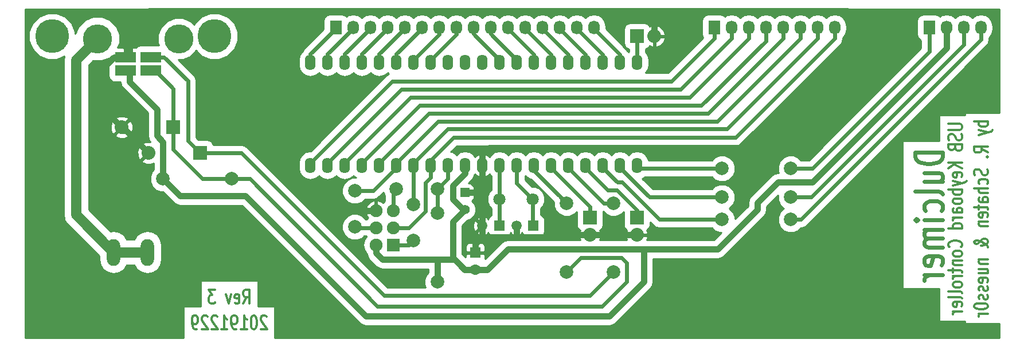
<source format=gbr>
G04 #@! TF.FileFunction,Copper,L2,Bot,Signal*
%FSLAX46Y46*%
G04 Gerber Fmt 4.6, Leading zero omitted, Abs format (unit mm)*
G04 Created by KiCad (PCBNEW 4.0.5+dfsg1-4) date Sun Dec 29 19:25:46 2019*
%MOMM*%
%LPD*%
G01*
G04 APERTURE LIST*
%ADD10C,0.100000*%
%ADD11C,0.304800*%
%ADD12C,0.609600*%
%ADD13C,1.998980*%
%ADD14R,1.400000X1.400000*%
%ADD15C,1.400000*%
%ADD16R,1.600000X1.600000*%
%ADD17C,1.600000*%
%ADD18R,1.500000X1.500000*%
%ADD19C,1.500000*%
%ADD20O,1.600000X2.300000*%
%ADD21C,4.300220*%
%ADD22R,3.048000X1.524000*%
%ADD23R,1.727200X2.032000*%
%ADD24O,1.727200X2.032000*%
%ADD25R,2.032000X2.032000*%
%ADD26O,2.032000X2.032000*%
%ADD27R,1.900000X1.900000*%
%ADD28O,1.900000X1.900000*%
%ADD29O,1.981200X3.962400*%
%ADD30C,1.800000*%
%ADD31C,2.032000*%
%ADD32C,5.000000*%
%ADD33C,2.000000*%
%ADD34C,0.900000*%
%ADD35C,0.600000*%
%ADD36C,1.500000*%
%ADD37C,0.254000*%
G04 APERTURE END LIST*
D10*
D11*
X93907430Y-101188762D02*
X93834859Y-101092000D01*
X93689716Y-100995238D01*
X93326859Y-100995238D01*
X93181716Y-101092000D01*
X93109145Y-101188762D01*
X93036573Y-101382286D01*
X93036573Y-101575810D01*
X93109145Y-101866095D01*
X93980002Y-103027238D01*
X93036573Y-103027238D01*
X92093144Y-100995238D02*
X91948001Y-100995238D01*
X91802858Y-101092000D01*
X91730287Y-101188762D01*
X91657716Y-101382286D01*
X91585144Y-101769333D01*
X91585144Y-102253143D01*
X91657716Y-102640190D01*
X91730287Y-102833714D01*
X91802858Y-102930476D01*
X91948001Y-103027238D01*
X92093144Y-103027238D01*
X92238287Y-102930476D01*
X92310858Y-102833714D01*
X92383430Y-102640190D01*
X92456001Y-102253143D01*
X92456001Y-101769333D01*
X92383430Y-101382286D01*
X92310858Y-101188762D01*
X92238287Y-101092000D01*
X92093144Y-100995238D01*
X90133715Y-103027238D02*
X91004572Y-103027238D01*
X90569144Y-103027238D02*
X90569144Y-100995238D01*
X90714287Y-101285524D01*
X90859429Y-101479048D01*
X91004572Y-101575810D01*
X89408000Y-103027238D02*
X89117715Y-103027238D01*
X88972572Y-102930476D01*
X88900000Y-102833714D01*
X88754858Y-102543429D01*
X88682286Y-102156381D01*
X88682286Y-101382286D01*
X88754858Y-101188762D01*
X88827429Y-101092000D01*
X88972572Y-100995238D01*
X89262858Y-100995238D01*
X89408000Y-101092000D01*
X89480572Y-101188762D01*
X89553143Y-101382286D01*
X89553143Y-101866095D01*
X89480572Y-102059619D01*
X89408000Y-102156381D01*
X89262858Y-102253143D01*
X88972572Y-102253143D01*
X88827429Y-102156381D01*
X88754858Y-102059619D01*
X88682286Y-101866095D01*
X87230857Y-103027238D02*
X88101714Y-103027238D01*
X87666286Y-103027238D02*
X87666286Y-100995238D01*
X87811429Y-101285524D01*
X87956571Y-101479048D01*
X88101714Y-101575810D01*
X86650285Y-101188762D02*
X86577714Y-101092000D01*
X86432571Y-100995238D01*
X86069714Y-100995238D01*
X85924571Y-101092000D01*
X85852000Y-101188762D01*
X85779428Y-101382286D01*
X85779428Y-101575810D01*
X85852000Y-101866095D01*
X86722857Y-103027238D01*
X85779428Y-103027238D01*
X85198856Y-101188762D02*
X85126285Y-101092000D01*
X84981142Y-100995238D01*
X84618285Y-100995238D01*
X84473142Y-101092000D01*
X84400571Y-101188762D01*
X84327999Y-101382286D01*
X84327999Y-101575810D01*
X84400571Y-101866095D01*
X85271428Y-103027238D01*
X84327999Y-103027238D01*
X83602284Y-103027238D02*
X83311999Y-103027238D01*
X83166856Y-102930476D01*
X83094284Y-102833714D01*
X82949142Y-102543429D01*
X82876570Y-102156381D01*
X82876570Y-101382286D01*
X82949142Y-101188762D01*
X83021713Y-101092000D01*
X83166856Y-100995238D01*
X83457142Y-100995238D01*
X83602284Y-101092000D01*
X83674856Y-101188762D01*
X83747427Y-101382286D01*
X83747427Y-101866095D01*
X83674856Y-102059619D01*
X83602284Y-102156381D01*
X83457142Y-102253143D01*
X83166856Y-102253143D01*
X83021713Y-102156381D01*
X82949142Y-102059619D01*
X82876570Y-101866095D01*
X90460286Y-99217238D02*
X90968286Y-98249619D01*
X91331143Y-99217238D02*
X91331143Y-97185238D01*
X90750571Y-97185238D01*
X90605429Y-97282000D01*
X90532857Y-97378762D01*
X90460286Y-97572286D01*
X90460286Y-97862571D01*
X90532857Y-98056095D01*
X90605429Y-98152857D01*
X90750571Y-98249619D01*
X91331143Y-98249619D01*
X89226571Y-99120476D02*
X89371714Y-99217238D01*
X89662000Y-99217238D01*
X89807143Y-99120476D01*
X89879714Y-98926952D01*
X89879714Y-98152857D01*
X89807143Y-97959333D01*
X89662000Y-97862571D01*
X89371714Y-97862571D01*
X89226571Y-97959333D01*
X89154000Y-98152857D01*
X89154000Y-98346381D01*
X89879714Y-98539905D01*
X88646000Y-97862571D02*
X88283143Y-99217238D01*
X87920285Y-97862571D01*
X86323714Y-97185238D02*
X85380285Y-97185238D01*
X85888285Y-97959333D01*
X85670571Y-97959333D01*
X85525428Y-98056095D01*
X85452857Y-98152857D01*
X85380285Y-98346381D01*
X85380285Y-98830190D01*
X85452857Y-99023714D01*
X85525428Y-99120476D01*
X85670571Y-99217238D01*
X86105999Y-99217238D01*
X86251142Y-99120476D01*
X86323714Y-99023714D01*
X200436238Y-72317428D02*
X198404238Y-72317428D01*
X199178333Y-72317428D02*
X199081571Y-72462571D01*
X199081571Y-72752857D01*
X199178333Y-72898000D01*
X199275095Y-72970571D01*
X199468619Y-73043142D01*
X200049190Y-73043142D01*
X200242714Y-72970571D01*
X200339476Y-72898000D01*
X200436238Y-72752857D01*
X200436238Y-72462571D01*
X200339476Y-72317428D01*
X199081571Y-73551142D02*
X200436238Y-73913999D01*
X199081571Y-74276857D02*
X200436238Y-73913999D01*
X200920048Y-73768857D01*
X201016810Y-73696285D01*
X201113571Y-73551142D01*
X200436238Y-76889428D02*
X199468619Y-76381428D01*
X200436238Y-76018571D02*
X198404238Y-76018571D01*
X198404238Y-76599143D01*
X198501000Y-76744285D01*
X198597762Y-76816857D01*
X198791286Y-76889428D01*
X199081571Y-76889428D01*
X199275095Y-76816857D01*
X199371857Y-76744285D01*
X199468619Y-76599143D01*
X199468619Y-76018571D01*
X200242714Y-77542571D02*
X200339476Y-77615143D01*
X200436238Y-77542571D01*
X200339476Y-77470000D01*
X200242714Y-77542571D01*
X200436238Y-77542571D01*
X200339476Y-79356857D02*
X200436238Y-79574571D01*
X200436238Y-79937428D01*
X200339476Y-80082571D01*
X200242714Y-80155142D01*
X200049190Y-80227714D01*
X199855667Y-80227714D01*
X199662143Y-80155142D01*
X199565381Y-80082571D01*
X199468619Y-79937428D01*
X199371857Y-79647142D01*
X199275095Y-79502000D01*
X199178333Y-79429428D01*
X198984810Y-79356857D01*
X198791286Y-79356857D01*
X198597762Y-79429428D01*
X198501000Y-79502000D01*
X198404238Y-79647142D01*
X198404238Y-80010000D01*
X198501000Y-80227714D01*
X200339476Y-81534000D02*
X200436238Y-81388857D01*
X200436238Y-81098571D01*
X200339476Y-80953429D01*
X200242714Y-80880857D01*
X200049190Y-80808286D01*
X199468619Y-80808286D01*
X199275095Y-80880857D01*
X199178333Y-80953429D01*
X199081571Y-81098571D01*
X199081571Y-81388857D01*
X199178333Y-81534000D01*
X200436238Y-82187143D02*
X198404238Y-82187143D01*
X200436238Y-82840286D02*
X199371857Y-82840286D01*
X199178333Y-82767715D01*
X199081571Y-82622572D01*
X199081571Y-82404857D01*
X199178333Y-82259715D01*
X199275095Y-82187143D01*
X200436238Y-84219143D02*
X199371857Y-84219143D01*
X199178333Y-84146572D01*
X199081571Y-84001429D01*
X199081571Y-83711143D01*
X199178333Y-83566000D01*
X200339476Y-84219143D02*
X200436238Y-84074000D01*
X200436238Y-83711143D01*
X200339476Y-83566000D01*
X200145952Y-83493429D01*
X199952429Y-83493429D01*
X199758905Y-83566000D01*
X199662143Y-83711143D01*
X199662143Y-84074000D01*
X199565381Y-84219143D01*
X199081571Y-84727143D02*
X199081571Y-85307714D01*
X198404238Y-84944857D02*
X200145952Y-84944857D01*
X200339476Y-85017429D01*
X200436238Y-85162571D01*
X200436238Y-85307714D01*
X200339476Y-86396286D02*
X200436238Y-86251143D01*
X200436238Y-85960857D01*
X200339476Y-85815714D01*
X200145952Y-85743143D01*
X199371857Y-85743143D01*
X199178333Y-85815714D01*
X199081571Y-85960857D01*
X199081571Y-86251143D01*
X199178333Y-86396286D01*
X199371857Y-86468857D01*
X199565381Y-86468857D01*
X199758905Y-85743143D01*
X199081571Y-87122000D02*
X200436238Y-87122000D01*
X199275095Y-87122000D02*
X199178333Y-87194572D01*
X199081571Y-87339714D01*
X199081571Y-87557429D01*
X199178333Y-87702572D01*
X199371857Y-87775143D01*
X200436238Y-87775143D01*
X200436238Y-90895714D02*
X200436238Y-90823143D01*
X200339476Y-90678000D01*
X200049190Y-90460286D01*
X199468619Y-90097429D01*
X199178333Y-89952286D01*
X198888048Y-89879714D01*
X198694524Y-89879714D01*
X198501000Y-89952286D01*
X198404238Y-90097429D01*
X198404238Y-90170000D01*
X198501000Y-90315143D01*
X198694524Y-90387714D01*
X198791286Y-90387714D01*
X198984810Y-90315143D01*
X199081571Y-90242572D01*
X199468619Y-89807143D01*
X199565381Y-89734572D01*
X199758905Y-89662000D01*
X200049190Y-89662000D01*
X200242714Y-89734572D01*
X200339476Y-89807143D01*
X200436238Y-89952286D01*
X200436238Y-90170000D01*
X200339476Y-90315143D01*
X200242714Y-90387714D01*
X199855667Y-90605429D01*
X199565381Y-90678000D01*
X199371857Y-90678000D01*
X199081571Y-92710000D02*
X200436238Y-92710000D01*
X199275095Y-92710000D02*
X199178333Y-92782572D01*
X199081571Y-92927714D01*
X199081571Y-93145429D01*
X199178333Y-93290572D01*
X199371857Y-93363143D01*
X200436238Y-93363143D01*
X199081571Y-94742000D02*
X200436238Y-94742000D01*
X199081571Y-94088857D02*
X200145952Y-94088857D01*
X200339476Y-94161429D01*
X200436238Y-94306571D01*
X200436238Y-94524286D01*
X200339476Y-94669429D01*
X200242714Y-94742000D01*
X200339476Y-96048286D02*
X200436238Y-95903143D01*
X200436238Y-95612857D01*
X200339476Y-95467714D01*
X200145952Y-95395143D01*
X199371857Y-95395143D01*
X199178333Y-95467714D01*
X199081571Y-95612857D01*
X199081571Y-95903143D01*
X199178333Y-96048286D01*
X199371857Y-96120857D01*
X199565381Y-96120857D01*
X199758905Y-95395143D01*
X200339476Y-96701429D02*
X200436238Y-96846572D01*
X200436238Y-97136857D01*
X200339476Y-97282000D01*
X200145952Y-97354572D01*
X200049190Y-97354572D01*
X199855667Y-97282000D01*
X199758905Y-97136857D01*
X199758905Y-96919143D01*
X199662143Y-96774000D01*
X199468619Y-96701429D01*
X199371857Y-96701429D01*
X199178333Y-96774000D01*
X199081571Y-96919143D01*
X199081571Y-97136857D01*
X199178333Y-97282000D01*
X200339476Y-97935143D02*
X200436238Y-98080286D01*
X200436238Y-98370571D01*
X200339476Y-98515714D01*
X200145952Y-98588286D01*
X200049190Y-98588286D01*
X199855667Y-98515714D01*
X199758905Y-98370571D01*
X199758905Y-98152857D01*
X199662143Y-98007714D01*
X199468619Y-97935143D01*
X199371857Y-97935143D01*
X199178333Y-98007714D01*
X199081571Y-98152857D01*
X199081571Y-98370571D01*
X199178333Y-98515714D01*
X198404238Y-99531714D02*
X198404238Y-99676857D01*
X198501000Y-99822000D01*
X198597762Y-99894571D01*
X198791286Y-99967142D01*
X199178333Y-100039714D01*
X199662143Y-100039714D01*
X200049190Y-99967142D01*
X200242714Y-99894571D01*
X200339476Y-99822000D01*
X200436238Y-99676857D01*
X200436238Y-99531714D01*
X200339476Y-99386571D01*
X200242714Y-99314000D01*
X200049190Y-99241428D01*
X199662143Y-99168857D01*
X199178333Y-99168857D01*
X198791286Y-99241428D01*
X198597762Y-99314000D01*
X198501000Y-99386571D01*
X198404238Y-99531714D01*
X200436238Y-100692857D02*
X199081571Y-100692857D01*
X199468619Y-100692857D02*
X199275095Y-100765429D01*
X199178333Y-100838000D01*
X199081571Y-100983143D01*
X199081571Y-101128286D01*
X194594238Y-72643999D02*
X196239190Y-72643999D01*
X196432714Y-72716571D01*
X196529476Y-72789142D01*
X196626238Y-72934285D01*
X196626238Y-73224571D01*
X196529476Y-73369713D01*
X196432714Y-73442285D01*
X196239190Y-73514856D01*
X194594238Y-73514856D01*
X196529476Y-74167999D02*
X196626238Y-74385713D01*
X196626238Y-74748570D01*
X196529476Y-74893713D01*
X196432714Y-74966284D01*
X196239190Y-75038856D01*
X196045667Y-75038856D01*
X195852143Y-74966284D01*
X195755381Y-74893713D01*
X195658619Y-74748570D01*
X195561857Y-74458284D01*
X195465095Y-74313142D01*
X195368333Y-74240570D01*
X195174810Y-74167999D01*
X194981286Y-74167999D01*
X194787762Y-74240570D01*
X194691000Y-74313142D01*
X194594238Y-74458284D01*
X194594238Y-74821142D01*
X194691000Y-75038856D01*
X195561857Y-76199999D02*
X195658619Y-76417713D01*
X195755381Y-76490285D01*
X195948905Y-76562856D01*
X196239190Y-76562856D01*
X196432714Y-76490285D01*
X196529476Y-76417713D01*
X196626238Y-76272571D01*
X196626238Y-75691999D01*
X194594238Y-75691999D01*
X194594238Y-76199999D01*
X194691000Y-76345142D01*
X194787762Y-76417713D01*
X194981286Y-76490285D01*
X195174810Y-76490285D01*
X195368333Y-76417713D01*
X195465095Y-76345142D01*
X195561857Y-76199999D01*
X195561857Y-75691999D01*
X196626238Y-78377142D02*
X194594238Y-78377142D01*
X196626238Y-79247999D02*
X195465095Y-78594856D01*
X194594238Y-79247999D02*
X195755381Y-78377142D01*
X196529476Y-80481714D02*
X196626238Y-80336571D01*
X196626238Y-80046285D01*
X196529476Y-79901142D01*
X196335952Y-79828571D01*
X195561857Y-79828571D01*
X195368333Y-79901142D01*
X195271571Y-80046285D01*
X195271571Y-80336571D01*
X195368333Y-80481714D01*
X195561857Y-80554285D01*
X195755381Y-80554285D01*
X195948905Y-79828571D01*
X195271571Y-81062285D02*
X196626238Y-81425142D01*
X195271571Y-81788000D02*
X196626238Y-81425142D01*
X197110048Y-81280000D01*
X197206810Y-81207428D01*
X197303571Y-81062285D01*
X196626238Y-82368571D02*
X194594238Y-82368571D01*
X195368333Y-82368571D02*
X195271571Y-82513714D01*
X195271571Y-82804000D01*
X195368333Y-82949143D01*
X195465095Y-83021714D01*
X195658619Y-83094285D01*
X196239190Y-83094285D01*
X196432714Y-83021714D01*
X196529476Y-82949143D01*
X196626238Y-82804000D01*
X196626238Y-82513714D01*
X196529476Y-82368571D01*
X196626238Y-83965142D02*
X196529476Y-83820000D01*
X196432714Y-83747428D01*
X196239190Y-83674857D01*
X195658619Y-83674857D01*
X195465095Y-83747428D01*
X195368333Y-83820000D01*
X195271571Y-83965142D01*
X195271571Y-84182857D01*
X195368333Y-84328000D01*
X195465095Y-84400571D01*
X195658619Y-84473142D01*
X196239190Y-84473142D01*
X196432714Y-84400571D01*
X196529476Y-84328000D01*
X196626238Y-84182857D01*
X196626238Y-83965142D01*
X196626238Y-85779428D02*
X195561857Y-85779428D01*
X195368333Y-85706857D01*
X195271571Y-85561714D01*
X195271571Y-85271428D01*
X195368333Y-85126285D01*
X196529476Y-85779428D02*
X196626238Y-85634285D01*
X196626238Y-85271428D01*
X196529476Y-85126285D01*
X196335952Y-85053714D01*
X196142429Y-85053714D01*
X195948905Y-85126285D01*
X195852143Y-85271428D01*
X195852143Y-85634285D01*
X195755381Y-85779428D01*
X196626238Y-86505142D02*
X195271571Y-86505142D01*
X195658619Y-86505142D02*
X195465095Y-86577714D01*
X195368333Y-86650285D01*
X195271571Y-86795428D01*
X195271571Y-86940571D01*
X196626238Y-88101714D02*
X194594238Y-88101714D01*
X196529476Y-88101714D02*
X196626238Y-87956571D01*
X196626238Y-87666285D01*
X196529476Y-87521143D01*
X196432714Y-87448571D01*
X196239190Y-87376000D01*
X195658619Y-87376000D01*
X195465095Y-87448571D01*
X195368333Y-87521143D01*
X195271571Y-87666285D01*
X195271571Y-87956571D01*
X195368333Y-88101714D01*
X196432714Y-90859428D02*
X196529476Y-90786857D01*
X196626238Y-90569143D01*
X196626238Y-90424000D01*
X196529476Y-90206285D01*
X196335952Y-90061143D01*
X196142429Y-89988571D01*
X195755381Y-89916000D01*
X195465095Y-89916000D01*
X195078048Y-89988571D01*
X194884524Y-90061143D01*
X194691000Y-90206285D01*
X194594238Y-90424000D01*
X194594238Y-90569143D01*
X194691000Y-90786857D01*
X194787762Y-90859428D01*
X196626238Y-91730285D02*
X196529476Y-91585143D01*
X196432714Y-91512571D01*
X196239190Y-91440000D01*
X195658619Y-91440000D01*
X195465095Y-91512571D01*
X195368333Y-91585143D01*
X195271571Y-91730285D01*
X195271571Y-91948000D01*
X195368333Y-92093143D01*
X195465095Y-92165714D01*
X195658619Y-92238285D01*
X196239190Y-92238285D01*
X196432714Y-92165714D01*
X196529476Y-92093143D01*
X196626238Y-91948000D01*
X196626238Y-91730285D01*
X195271571Y-92891428D02*
X196626238Y-92891428D01*
X195465095Y-92891428D02*
X195368333Y-92964000D01*
X195271571Y-93109142D01*
X195271571Y-93326857D01*
X195368333Y-93472000D01*
X195561857Y-93544571D01*
X196626238Y-93544571D01*
X195271571Y-94052571D02*
X195271571Y-94633142D01*
X194594238Y-94270285D02*
X196335952Y-94270285D01*
X196529476Y-94342857D01*
X196626238Y-94487999D01*
X196626238Y-94633142D01*
X196626238Y-95141142D02*
X195271571Y-95141142D01*
X195658619Y-95141142D02*
X195465095Y-95213714D01*
X195368333Y-95286285D01*
X195271571Y-95431428D01*
X195271571Y-95576571D01*
X196626238Y-96302285D02*
X196529476Y-96157143D01*
X196432714Y-96084571D01*
X196239190Y-96012000D01*
X195658619Y-96012000D01*
X195465095Y-96084571D01*
X195368333Y-96157143D01*
X195271571Y-96302285D01*
X195271571Y-96520000D01*
X195368333Y-96665143D01*
X195465095Y-96737714D01*
X195658619Y-96810285D01*
X196239190Y-96810285D01*
X196432714Y-96737714D01*
X196529476Y-96665143D01*
X196626238Y-96520000D01*
X196626238Y-96302285D01*
X196626238Y-97681142D02*
X196529476Y-97536000D01*
X196335952Y-97463428D01*
X194594238Y-97463428D01*
X196626238Y-98479428D02*
X196529476Y-98334286D01*
X196335952Y-98261714D01*
X194594238Y-98261714D01*
X196529476Y-99640572D02*
X196626238Y-99495429D01*
X196626238Y-99205143D01*
X196529476Y-99060000D01*
X196335952Y-98987429D01*
X195561857Y-98987429D01*
X195368333Y-99060000D01*
X195271571Y-99205143D01*
X195271571Y-99495429D01*
X195368333Y-99640572D01*
X195561857Y-99713143D01*
X195755381Y-99713143D01*
X195948905Y-98987429D01*
X196626238Y-100366286D02*
X195271571Y-100366286D01*
X195658619Y-100366286D02*
X195465095Y-100438858D01*
X195368333Y-100511429D01*
X195271571Y-100656572D01*
X195271571Y-100801715D01*
D12*
X193735476Y-76816858D02*
X189671476Y-76816858D01*
X189671476Y-77542573D01*
X189865000Y-77978001D01*
X190252048Y-78268287D01*
X190639095Y-78413430D01*
X191413190Y-78558573D01*
X191993762Y-78558573D01*
X192767857Y-78413430D01*
X193154905Y-78268287D01*
X193541952Y-77978001D01*
X193735476Y-77542573D01*
X193735476Y-76816858D01*
X191026143Y-81171144D02*
X193735476Y-81171144D01*
X191026143Y-79864858D02*
X193154905Y-79864858D01*
X193541952Y-80010001D01*
X193735476Y-80300287D01*
X193735476Y-80735715D01*
X193541952Y-81026001D01*
X193348429Y-81171144D01*
X193735476Y-83058001D02*
X193541952Y-82767715D01*
X193154905Y-82622572D01*
X189671476Y-82622572D01*
X193541952Y-85525429D02*
X193735476Y-85235143D01*
X193735476Y-84654572D01*
X193541952Y-84364286D01*
X193348429Y-84219143D01*
X192961381Y-84074000D01*
X191800238Y-84074000D01*
X191413190Y-84219143D01*
X191219667Y-84364286D01*
X191026143Y-84654572D01*
X191026143Y-85235143D01*
X191219667Y-85525429D01*
X193735476Y-86831714D02*
X191026143Y-86831714D01*
X189671476Y-86831714D02*
X189865000Y-86686571D01*
X190058524Y-86831714D01*
X189865000Y-86976857D01*
X189671476Y-86831714D01*
X190058524Y-86831714D01*
X193735476Y-88283143D02*
X191026143Y-88283143D01*
X191413190Y-88283143D02*
X191219667Y-88428286D01*
X191026143Y-88718572D01*
X191026143Y-89154000D01*
X191219667Y-89444286D01*
X191606714Y-89589429D01*
X193735476Y-89589429D01*
X191606714Y-89589429D02*
X191219667Y-89734572D01*
X191026143Y-90024858D01*
X191026143Y-90460286D01*
X191219667Y-90750572D01*
X191606714Y-90895715D01*
X193735476Y-90895715D01*
X193541952Y-93508286D02*
X193735476Y-93218000D01*
X193735476Y-92637429D01*
X193541952Y-92347143D01*
X193154905Y-92202000D01*
X191606714Y-92202000D01*
X191219667Y-92347143D01*
X191026143Y-92637429D01*
X191026143Y-93218000D01*
X191219667Y-93508286D01*
X191606714Y-93653429D01*
X191993762Y-93653429D01*
X192380810Y-92202000D01*
X193735476Y-94959714D02*
X191026143Y-94959714D01*
X191800238Y-94959714D02*
X191413190Y-95104857D01*
X191219667Y-95250000D01*
X191026143Y-95540286D01*
X191026143Y-95830571D01*
D13*
X171324000Y-83500000D03*
X161164000Y-83500000D03*
D14*
X123190000Y-82804000D03*
D15*
X123190000Y-85304000D03*
D13*
X119126000Y-85852000D03*
X119126000Y-96012000D03*
D16*
X124714000Y-91694000D03*
D17*
X124714000Y-94194000D03*
D18*
X128275000Y-87725000D03*
D19*
X125775000Y-87725000D03*
D18*
X133300000Y-87725000D03*
D19*
X130800000Y-87725000D03*
D20*
X100360000Y-78800000D03*
X102900000Y-78800000D03*
X105440000Y-78800000D03*
X107980000Y-78800000D03*
X110520000Y-78800000D03*
X113060000Y-78800000D03*
X115600000Y-78800000D03*
X118140000Y-78800000D03*
X120680000Y-78800000D03*
X123220000Y-78800000D03*
X125760000Y-78800000D03*
X128300000Y-78800000D03*
X130840000Y-78800000D03*
X133380000Y-78800000D03*
X135920000Y-78800000D03*
X138460000Y-78800000D03*
X141000000Y-78800000D03*
X143540000Y-78800000D03*
X146080000Y-78800000D03*
X148620000Y-78800000D03*
X148620000Y-63560000D03*
X146080000Y-63560000D03*
X143540000Y-63560000D03*
X141000000Y-63560000D03*
X138460000Y-63560000D03*
X135920000Y-63560000D03*
X133380000Y-63560000D03*
X130840000Y-63560000D03*
X128300000Y-63560000D03*
X125760000Y-63560000D03*
X123220000Y-63560000D03*
X120680000Y-63560000D03*
X118140000Y-63560000D03*
X115600000Y-63560000D03*
X113060000Y-63560000D03*
X110520000Y-63560000D03*
X107980000Y-63560000D03*
X105440000Y-63560000D03*
X102900000Y-63560000D03*
X100360000Y-63560000D03*
D21*
X80934560Y-60065920D03*
X68915280Y-60065920D03*
D22*
X73045320Y-64770000D03*
X73045320Y-62763400D03*
X76814680Y-62763400D03*
X76814680Y-64770000D03*
D23*
X104120000Y-58400000D03*
D24*
X106660000Y-58400000D03*
X109200000Y-58400000D03*
X111740000Y-58400000D03*
X114280000Y-58400000D03*
X116820000Y-58400000D03*
X119360000Y-58400000D03*
X121900000Y-58400000D03*
X124440000Y-58400000D03*
X126980000Y-58400000D03*
X129520000Y-58400000D03*
X132060000Y-58400000D03*
X134600000Y-58400000D03*
X137140000Y-58400000D03*
X139680000Y-58400000D03*
X142220000Y-58400000D03*
D23*
X160000000Y-58420000D03*
D24*
X162540000Y-58420000D03*
X165080000Y-58420000D03*
X167620000Y-58420000D03*
X170160000Y-58420000D03*
X172700000Y-58420000D03*
X175240000Y-58420000D03*
X177780000Y-58420000D03*
D23*
X191770000Y-58420000D03*
D24*
X194310000Y-58420000D03*
X196850000Y-58420000D03*
X199390000Y-58420000D03*
D25*
X141650000Y-86525000D03*
D26*
X141650000Y-89065000D03*
D25*
X148575000Y-86535000D03*
D26*
X148575000Y-89075000D03*
D25*
X148625000Y-59675000D03*
D26*
X151165000Y-59675000D03*
D27*
X112600000Y-90565000D03*
D28*
X110060000Y-90565000D03*
X112600000Y-88025000D03*
X110060000Y-88025000D03*
X112600000Y-85485000D03*
X110060000Y-85485000D03*
D29*
X71313040Y-91633040D03*
X76313040Y-91633040D03*
D13*
X78613000Y-80772000D03*
X88773000Y-80772000D03*
X171324000Y-79248000D03*
X161164000Y-79248000D03*
X171324000Y-86800000D03*
X161164000Y-86800000D03*
X145125000Y-94560000D03*
X145125000Y-84400000D03*
X138225000Y-94560000D03*
X138225000Y-84400000D03*
D30*
X128300000Y-83775000D03*
X133181880Y-83775000D03*
D25*
X80137000Y-73152000D03*
D31*
X72517000Y-73152000D03*
D25*
X84074000Y-76962000D03*
D31*
X76454000Y-76962000D03*
D32*
X86233000Y-59690000D03*
X62230000Y-59690000D03*
D33*
X113030000Y-82296000D03*
X119126000Y-82295996D03*
X106934000Y-82550000D03*
X106934000Y-87884000D03*
X115570000Y-84582000D03*
X115570000Y-89916000D03*
D34*
X123190000Y-85344000D02*
X122936000Y-85344000D01*
X122936000Y-85344000D02*
X121412000Y-83820000D01*
X121412000Y-83820000D02*
X121412000Y-81788000D01*
X121412000Y-81788000D02*
X123220000Y-79980000D01*
X123220000Y-79980000D02*
X123220000Y-78800000D01*
X149606000Y-91186000D02*
X160528000Y-91186000D01*
X166370000Y-84328000D02*
X169418000Y-81280000D01*
X160528000Y-91186000D02*
X166370000Y-85344000D01*
X166370000Y-85344000D02*
X166370000Y-84328000D01*
X169418000Y-81280000D02*
X174498000Y-81280000D01*
X174498000Y-81280000D02*
X194310000Y-61468000D01*
X194310000Y-61468000D02*
X194310000Y-58420000D01*
X73680320Y-64770000D02*
X73680320Y-66441320D01*
X73680320Y-66441320D02*
X77724000Y-70485000D01*
X77724000Y-70485000D02*
X77724000Y-74422000D01*
X77724000Y-74422000D02*
X78613000Y-75311000D01*
X78613000Y-75311000D02*
X78613000Y-78613000D01*
X78613000Y-78613000D02*
X78613000Y-80772000D01*
X108585000Y-101092000D02*
X90805000Y-83312000D01*
X90805000Y-83312000D02*
X81153000Y-83312000D01*
X81153000Y-83312000D02*
X78613000Y-80772000D01*
D35*
X123190000Y-85304000D02*
X123190000Y-85344000D01*
D34*
X123190000Y-85344000D02*
X121412000Y-87122000D01*
X121412000Y-87122000D02*
X121412000Y-92456000D01*
X121412000Y-92456000D02*
X122428000Y-93472000D01*
D35*
X121666000Y-92710000D02*
X122428000Y-93472000D01*
D34*
X122428000Y-93472000D02*
X123150000Y-94194000D01*
X123150000Y-94194000D02*
X124714000Y-94194000D01*
X119380000Y-92710000D02*
X121666000Y-92710000D01*
X126532000Y-94194000D02*
X124714000Y-94194000D01*
D35*
X119634000Y-92710000D02*
X119380000Y-92710000D01*
X109947000Y-90678000D02*
X110060000Y-90565000D01*
D34*
X119126000Y-96012000D02*
X119126000Y-92964000D01*
D35*
X119126000Y-92964000D02*
X119380000Y-92710000D01*
D34*
X119380000Y-92710000D02*
X110998000Y-92710000D01*
X110998000Y-92710000D02*
X110060000Y-91772000D01*
X110060000Y-91772000D02*
X110060000Y-90565000D01*
X149606000Y-91186000D02*
X149606000Y-96012000D01*
X149606000Y-96012000D02*
X144526000Y-101092000D01*
X144526000Y-101092000D02*
X108585000Y-101092000D01*
X149606000Y-91186000D02*
X129540000Y-91186000D01*
X129540000Y-91186000D02*
X126532000Y-94194000D01*
X69850000Y-64271318D02*
X69850000Y-70485000D01*
X69850000Y-70485000D02*
X72517000Y-73152000D01*
X72517000Y-73660000D02*
X73152000Y-73660000D01*
X73152000Y-73660000D02*
X76454000Y-76962000D01*
X110060000Y-85485000D02*
X103265000Y-85485000D01*
X103265000Y-85485000D02*
X96520000Y-78740000D01*
X96520000Y-78740000D02*
X96520000Y-55950000D01*
X124714000Y-91694000D02*
X124714000Y-90444000D01*
X124714000Y-90444000D02*
X125758000Y-89400000D01*
D35*
X125758000Y-89400000D02*
X125775000Y-89400000D01*
D34*
X130800000Y-87725000D02*
X130800000Y-89398000D01*
D35*
X130800000Y-89398000D02*
X130802000Y-89400000D01*
D34*
X130802000Y-89400000D02*
X125775000Y-89400000D01*
X125775000Y-89400000D02*
X125775000Y-87725000D01*
X141650000Y-89065000D02*
X139789000Y-89065000D01*
X139789000Y-89065000D02*
X139446000Y-89408000D01*
X139446000Y-89408000D02*
X130810000Y-89408000D01*
D35*
X130810000Y-89408000D02*
X130810000Y-89060000D01*
X130810000Y-89060000D02*
X130800000Y-89050000D01*
D34*
X148876840Y-55950000D02*
X179648000Y-55950000D01*
X179648000Y-55950000D02*
X180340000Y-56642000D01*
X180340000Y-56642000D02*
X180340000Y-59944000D01*
X125760000Y-77186000D02*
X125760000Y-78800000D01*
X180340000Y-59944000D02*
X164084000Y-76200000D01*
X164084000Y-76200000D02*
X126746000Y-76200000D01*
X126746000Y-76200000D02*
X125760000Y-77186000D01*
X151165000Y-59675000D02*
X151165000Y-55950000D01*
D35*
X151165000Y-55950000D02*
X148876840Y-55950000D01*
D34*
X148876840Y-55950000D02*
X96520000Y-55950000D01*
X96520000Y-55950000D02*
X76575000Y-55950000D01*
X73680320Y-62763400D02*
X71357918Y-62763400D01*
X71357918Y-62763400D02*
X69850000Y-64271318D01*
X125760000Y-78800000D02*
X125760000Y-82804000D01*
X125760000Y-82804000D02*
X125760000Y-87710000D01*
X123698000Y-82804000D02*
X125760000Y-82804000D01*
X76575000Y-55950000D02*
X73680320Y-58844680D01*
X73680320Y-58844680D02*
X73680320Y-62763400D01*
X148575000Y-89075000D02*
X141660000Y-89075000D01*
D35*
X141660000Y-89075000D02*
X141650000Y-89065000D01*
X125760000Y-87710000D02*
X125775000Y-87725000D01*
X112600000Y-85485000D02*
X112600000Y-82726000D01*
X112600000Y-82726000D02*
X113030000Y-82296000D01*
X120379995Y-81042001D02*
X120125999Y-81295997D01*
X120379999Y-81042001D02*
X120379995Y-81042001D01*
X120680000Y-78800000D02*
X120680000Y-80742000D01*
X120125999Y-81295997D02*
X119126000Y-82295996D01*
X120650000Y-80264000D02*
X120650000Y-80772000D01*
X119126000Y-85344000D02*
X119126000Y-82295996D01*
X120650000Y-80772000D02*
X120379999Y-81042001D01*
X119126000Y-85852000D02*
X119126000Y-82295996D01*
X120680000Y-80742000D02*
X120379999Y-81042001D01*
X153711000Y-66325000D02*
X112485000Y-66325000D01*
X112485000Y-66325000D02*
X100360000Y-78450000D01*
X100360000Y-78450000D02*
X100360000Y-78800000D01*
X160000000Y-58420000D02*
X160000000Y-60036000D01*
X160000000Y-60036000D02*
X153711000Y-66325000D01*
X162540000Y-58420000D02*
X162540000Y-60036000D01*
X162540000Y-60036000D02*
X155026000Y-67550000D01*
X155026000Y-67550000D02*
X113800000Y-67550000D01*
X113800000Y-67550000D02*
X102900000Y-78450000D01*
X102900000Y-78450000D02*
X102900000Y-78800000D01*
X165080000Y-58420000D02*
X165080000Y-60045000D01*
X165080000Y-60045000D02*
X156375000Y-68750000D01*
X156375000Y-68750000D02*
X115140000Y-68750000D01*
X115140000Y-68750000D02*
X105440000Y-78450000D01*
X105440000Y-78450000D02*
X105440000Y-78800000D01*
X167620000Y-58420000D02*
X167620000Y-60455000D01*
X167620000Y-60455000D02*
X158125000Y-69950000D01*
X158125000Y-69950000D02*
X116480000Y-69950000D01*
X116480000Y-69950000D02*
X107980000Y-78450000D01*
X107980000Y-78450000D02*
X107980000Y-78800000D01*
X170160000Y-58420000D02*
X170160000Y-60036000D01*
X170160000Y-60036000D02*
X159121000Y-71075000D01*
X159121000Y-71075000D02*
X117895000Y-71075000D01*
X117895000Y-71075000D02*
X110520000Y-78450000D01*
X110520000Y-78450000D02*
X110520000Y-78800000D01*
X146080000Y-63560000D02*
X146080000Y-62412400D01*
X142220000Y-58552400D02*
X142220000Y-58400000D01*
X146080000Y-62412400D02*
X142220000Y-58552400D01*
X143540000Y-63560000D02*
X143540000Y-62412400D01*
X143540000Y-62412400D02*
X139680000Y-58552400D01*
X139680000Y-58552400D02*
X139680000Y-58400000D01*
X141000000Y-63560000D02*
X141000000Y-62412400D01*
X141000000Y-62412400D02*
X137140000Y-58552400D01*
X137140000Y-58552400D02*
X137140000Y-58400000D01*
X138460000Y-63560000D02*
X138460000Y-62412400D01*
X138460000Y-62412400D02*
X134600000Y-58552400D01*
X134600000Y-58552400D02*
X134600000Y-58400000D01*
X135920000Y-63560000D02*
X135920000Y-62412400D01*
X135920000Y-62412400D02*
X132060000Y-58552400D01*
X132060000Y-58552400D02*
X132060000Y-58400000D01*
X133380000Y-63560000D02*
X133380000Y-62412400D01*
X133380000Y-62412400D02*
X129520000Y-58552400D01*
X129520000Y-58552400D02*
X129520000Y-58400000D01*
X130840000Y-63560000D02*
X130840000Y-63210000D01*
X130840000Y-63210000D02*
X126980000Y-59350000D01*
X126980000Y-59350000D02*
X126980000Y-58400000D01*
X128300000Y-63560000D02*
X128300000Y-63210000D01*
X128300000Y-63210000D02*
X124440000Y-59350000D01*
X124440000Y-59350000D02*
X124440000Y-58400000D01*
X118140000Y-63560000D02*
X118140000Y-63210000D01*
X118140000Y-63210000D02*
X121900000Y-59450000D01*
X121900000Y-59450000D02*
X121900000Y-58400000D01*
X115600000Y-63560000D02*
X115600000Y-63210000D01*
X115600000Y-63210000D02*
X119360000Y-59450000D01*
X119360000Y-59450000D02*
X119360000Y-58400000D01*
X113060000Y-63560000D02*
X113060000Y-62312400D01*
X113060000Y-62312400D02*
X116820000Y-58552400D01*
X116820000Y-58552400D02*
X116820000Y-58400000D01*
X110520000Y-63560000D02*
X110520000Y-62312400D01*
X110520000Y-62312400D02*
X114280000Y-58552400D01*
X114280000Y-58552400D02*
X114280000Y-58400000D01*
X107980000Y-63560000D02*
X107980000Y-62312400D01*
X107980000Y-62312400D02*
X111740000Y-58552400D01*
X111740000Y-58552400D02*
X111740000Y-58400000D01*
X105440000Y-63560000D02*
X105440000Y-62312400D01*
X105440000Y-62312400D02*
X109200000Y-58552400D01*
X109200000Y-58552400D02*
X109200000Y-58400000D01*
X102900000Y-63560000D02*
X102900000Y-62312400D01*
X106660000Y-58552400D02*
X106660000Y-58400000D01*
X102900000Y-62312400D02*
X106660000Y-58552400D01*
X100360000Y-63560000D02*
X100360000Y-62312400D01*
X104120000Y-58552400D02*
X104120000Y-58400000D01*
X100360000Y-62312400D02*
X104120000Y-58552400D01*
X128300000Y-83775000D02*
X128300000Y-87700000D01*
X128300000Y-87700000D02*
X128275000Y-87725000D01*
X128300000Y-83775000D02*
X128300000Y-78800000D01*
X133181880Y-83775000D02*
X133181880Y-87606880D01*
X133181880Y-87606880D02*
X133300000Y-87725000D01*
X130840000Y-78800000D02*
X130840000Y-81433120D01*
X130840000Y-81433120D02*
X133181880Y-83775000D01*
X76179680Y-64770000D02*
X77470000Y-64770000D01*
X77470000Y-64770000D02*
X80137000Y-67437000D01*
X80137000Y-67437000D02*
X80137000Y-73152000D01*
X110274011Y-99606011D02*
X143471989Y-99606011D01*
X147066000Y-93218000D02*
X146304000Y-92456000D01*
X88773000Y-80772000D02*
X91440000Y-80772000D01*
X91440000Y-80772000D02*
X110274011Y-99606011D01*
X143471989Y-99606011D02*
X147066000Y-96012000D01*
X147066000Y-96012000D02*
X147066000Y-93218000D01*
X146304000Y-92456000D02*
X140329000Y-92456000D01*
X140329000Y-92456000D02*
X139224489Y-93560511D01*
X139224489Y-93560511D02*
X138225000Y-94560000D01*
X86614000Y-80772000D02*
X88773000Y-80772000D01*
X80137000Y-73660000D02*
X80137000Y-76454000D01*
X80137000Y-76454000D02*
X84455000Y-80772000D01*
X84455000Y-80772000D02*
X86614000Y-80772000D01*
X76179680Y-62763400D02*
X78765400Y-62763400D01*
X78765400Y-62763400D02*
X82296000Y-66294000D01*
X82296000Y-66294000D02*
X82296000Y-75184000D01*
X82296000Y-75184000D02*
X84074000Y-76962000D01*
X143165000Y-96520000D02*
X145125000Y-94560000D01*
X84074000Y-76962000D02*
X90170000Y-76962000D01*
X90170000Y-76962000D02*
X111252000Y-98044000D01*
X111252000Y-98044000D02*
X141641000Y-98044000D01*
X141641000Y-98044000D02*
X143165000Y-96520000D01*
X106934000Y-82550000D02*
X109660000Y-82550000D01*
X113060000Y-79150000D02*
X113060000Y-78800000D01*
X109660000Y-82550000D02*
X113060000Y-79150000D01*
X110060000Y-88025000D02*
X107075000Y-88025000D01*
X107075000Y-88025000D02*
X106934000Y-87884000D01*
X172700000Y-58420000D02*
X172700000Y-60036000D01*
X172700000Y-60036000D02*
X160461000Y-72275000D01*
X160461000Y-72275000D02*
X119235000Y-72275000D01*
X119235000Y-72275000D02*
X113060000Y-78450000D01*
X113060000Y-78450000D02*
X113060000Y-78800000D01*
X112600000Y-90565000D02*
X114921000Y-90565000D01*
X114921000Y-90565000D02*
X115570000Y-89916000D01*
X115600000Y-84552000D02*
X115570000Y-84582000D01*
X115600000Y-78800000D02*
X115600000Y-84552000D01*
X175240000Y-58420000D02*
X175240000Y-60036000D01*
X115600000Y-78450000D02*
X115600000Y-78800000D01*
X175240000Y-60036000D02*
X161870000Y-73406000D01*
X161870000Y-73406000D02*
X120644000Y-73406000D01*
X120644000Y-73406000D02*
X115600000Y-78450000D01*
X112600000Y-90565000D02*
X114063600Y-90565000D01*
X112600000Y-88025000D02*
X114921000Y-88025000D01*
X114921000Y-88025000D02*
X117348000Y-85598000D01*
X117348000Y-85598000D02*
X117348000Y-81342000D01*
X117348000Y-81342000D02*
X118140000Y-80550000D01*
X118140000Y-80550000D02*
X118140000Y-78800000D01*
X177780000Y-58420000D02*
X177780000Y-60036000D01*
X177780000Y-60036000D02*
X163140000Y-74676000D01*
X163140000Y-74676000D02*
X121474000Y-74676000D01*
X121474000Y-74676000D02*
X118140000Y-78010000D01*
X118140000Y-78010000D02*
X118140000Y-78800000D01*
X133380000Y-78800000D02*
X133380000Y-79555000D01*
X133380000Y-79555000D02*
X137225511Y-83400511D01*
X137225511Y-83400511D02*
X138225000Y-84400000D01*
X133380000Y-78800000D02*
X133380000Y-79150000D01*
X135920000Y-78800000D02*
X135920000Y-79150000D01*
X135920000Y-79150000D02*
X141650000Y-84880000D01*
X141650000Y-84880000D02*
X141650000Y-84909000D01*
X141650000Y-84909000D02*
X141650000Y-86525000D01*
X138460000Y-78800000D02*
X138460000Y-79150000D01*
X138460000Y-79150000D02*
X143710000Y-84400000D01*
X143710000Y-84400000D02*
X145125000Y-84400000D01*
X141000000Y-78800000D02*
X141000000Y-79150000D01*
X141000000Y-79150000D02*
X144325011Y-82475011D01*
X144325011Y-82475011D02*
X145675011Y-82475011D01*
X145675011Y-82475011D02*
X148575000Y-85375000D01*
X148575000Y-85375000D02*
X148575000Y-86535000D01*
X148625000Y-59675000D02*
X148625000Y-63555000D01*
X148625000Y-63555000D02*
X148620000Y-63560000D01*
D36*
X68915280Y-60065920D02*
X65786000Y-63195200D01*
X65786000Y-63195200D02*
X65786000Y-86106000D01*
X65786000Y-86106000D02*
X71313040Y-91633040D01*
X71313040Y-91633040D02*
X76313040Y-91633040D01*
D35*
X171324000Y-79248000D02*
X174498000Y-79248000D01*
X174498000Y-79248000D02*
X191770000Y-61976000D01*
X191770000Y-61976000D02*
X191770000Y-58420000D01*
X171324000Y-83500000D02*
X174310000Y-83500000D01*
X174310000Y-83500000D02*
X196850000Y-60960000D01*
X196850000Y-60960000D02*
X196850000Y-58420000D01*
X199390000Y-58420000D02*
X199390000Y-60198000D01*
X199390000Y-60198000D02*
X172788000Y-86800000D01*
X172788000Y-86800000D02*
X172737492Y-86800000D01*
X172737492Y-86800000D02*
X171324000Y-86800000D01*
X199400000Y-58552400D02*
X199400000Y-58400000D01*
X161164000Y-86800000D02*
X151900000Y-86800000D01*
X143540000Y-79150000D02*
X143540000Y-78800000D01*
X151900000Y-86800000D02*
X146400000Y-81300000D01*
X146400000Y-81300000D02*
X145690000Y-81300000D01*
X145690000Y-81300000D02*
X143540000Y-79150000D01*
X161164000Y-83500000D02*
X150430000Y-83500000D01*
X150430000Y-83500000D02*
X146080000Y-79150000D01*
X146080000Y-79150000D02*
X146080000Y-78800000D01*
X159640000Y-79248000D02*
X161164000Y-79248000D01*
X159640000Y-79248000D02*
X149068000Y-79248000D01*
X149068000Y-79248000D02*
X148620000Y-78800000D01*
X148620000Y-78800000D02*
X148620000Y-78845000D01*
D37*
G36*
X202082500Y-71027571D02*
X197015200Y-71027571D01*
X197015200Y-71354142D01*
X193205200Y-71354142D01*
X193205200Y-75164143D01*
X187820400Y-75164143D01*
X187820400Y-97047856D01*
X193205200Y-97047856D01*
X193205200Y-101873858D01*
X197015200Y-101873858D01*
X197015200Y-102200429D01*
X202082500Y-102200429D01*
X202082500Y-104292500D01*
X95124716Y-104292500D01*
X95124716Y-99606200D01*
X92621001Y-99606200D01*
X92621001Y-95796200D01*
X84163000Y-95796200D01*
X84163000Y-99606200D01*
X81659284Y-99606200D01*
X81659284Y-104292500D01*
X58267500Y-104292500D01*
X58267500Y-60368682D01*
X58802406Y-60368682D01*
X59323037Y-61628704D01*
X60286226Y-62593575D01*
X61545337Y-63116404D01*
X62908682Y-63117594D01*
X64015396Y-62660308D01*
X63909000Y-63195200D01*
X63909000Y-86106000D01*
X64034963Y-86739260D01*
X64051878Y-86824297D01*
X64458761Y-87433239D01*
X69195440Y-92169918D01*
X69195440Y-92684533D01*
X69356633Y-93494903D01*
X69815671Y-94181902D01*
X70502670Y-94640940D01*
X71313040Y-94802133D01*
X72123410Y-94640940D01*
X72810409Y-94181902D01*
X73259333Y-93510040D01*
X74366747Y-93510040D01*
X74815671Y-94181902D01*
X75502670Y-94640940D01*
X76313040Y-94802133D01*
X77123410Y-94640940D01*
X77810409Y-94181902D01*
X78269447Y-93494903D01*
X78430640Y-92684533D01*
X78430640Y-90581547D01*
X78269447Y-89771177D01*
X77810409Y-89084178D01*
X77123410Y-88625140D01*
X76313040Y-88463947D01*
X75502670Y-88625140D01*
X74815671Y-89084178D01*
X74366747Y-89756040D01*
X73259333Y-89756040D01*
X72810409Y-89084178D01*
X72123410Y-88625140D01*
X71313040Y-88463947D01*
X70883805Y-88549327D01*
X67663000Y-85328522D01*
X67663000Y-76693642D01*
X74792184Y-76693642D01*
X74815986Y-77350019D01*
X75021378Y-77845880D01*
X75289893Y-77946502D01*
X76274395Y-76962000D01*
X75289893Y-75977498D01*
X75021378Y-76078120D01*
X74792184Y-76693642D01*
X67663000Y-76693642D01*
X67663000Y-74316107D01*
X71532498Y-74316107D01*
X71633120Y-74584622D01*
X72248642Y-74813816D01*
X72905019Y-74790014D01*
X73400880Y-74584622D01*
X73501502Y-74316107D01*
X72517000Y-73331605D01*
X71532498Y-74316107D01*
X67663000Y-74316107D01*
X67663000Y-72883642D01*
X70855184Y-72883642D01*
X70878986Y-73540019D01*
X71084378Y-74035880D01*
X71352893Y-74136502D01*
X72337395Y-73152000D01*
X72696605Y-73152000D01*
X73681107Y-74136502D01*
X73949622Y-74035880D01*
X74178816Y-73420358D01*
X74155014Y-72763981D01*
X73949622Y-72268120D01*
X73681107Y-72167498D01*
X72696605Y-73152000D01*
X72337395Y-73152000D01*
X71352893Y-72167498D01*
X71084378Y-72268120D01*
X70855184Y-72883642D01*
X67663000Y-72883642D01*
X67663000Y-71987893D01*
X71532498Y-71987893D01*
X72517000Y-72972395D01*
X73501502Y-71987893D01*
X73400880Y-71719378D01*
X72785358Y-71490184D01*
X72128981Y-71513986D01*
X71633120Y-71719378D01*
X71532498Y-71987893D01*
X67663000Y-71987893D01*
X67663000Y-64008000D01*
X70576159Y-64008000D01*
X70576159Y-65532000D01*
X70640798Y-65875526D01*
X70843821Y-66191033D01*
X71153599Y-66402696D01*
X71521320Y-66477161D01*
X72310449Y-66477161D01*
X72408138Y-66968275D01*
X72706634Y-67415006D01*
X76347000Y-71055372D01*
X76347000Y-74422000D01*
X76451818Y-74948955D01*
X76687350Y-75301453D01*
X76065981Y-75323986D01*
X75570120Y-75529378D01*
X75469498Y-75797893D01*
X76454000Y-76782395D01*
X76468143Y-76768253D01*
X76647748Y-76947858D01*
X76633605Y-76962000D01*
X76647748Y-76976143D01*
X76468143Y-77155748D01*
X76454000Y-77141605D01*
X75469498Y-78126107D01*
X75570120Y-78394622D01*
X76185642Y-78623816D01*
X76842019Y-78600014D01*
X77236000Y-78436822D01*
X77236000Y-79424505D01*
X76980754Y-79679306D01*
X76686845Y-80387116D01*
X76686176Y-81153521D01*
X76978849Y-81861843D01*
X77520306Y-82404246D01*
X78228116Y-82698155D01*
X78592101Y-82698473D01*
X80179314Y-84285686D01*
X80626045Y-84584182D01*
X81153000Y-84689000D01*
X90234628Y-84689000D01*
X107611314Y-102065686D01*
X108058045Y-102364182D01*
X108585000Y-102469000D01*
X144526000Y-102469000D01*
X145052955Y-102364182D01*
X145499686Y-102065686D01*
X150579686Y-96985686D01*
X150878182Y-96538955D01*
X150983000Y-96012000D01*
X150983000Y-92563000D01*
X160528000Y-92563000D01*
X161054955Y-92458182D01*
X161501686Y-92159686D01*
X167343686Y-86317686D01*
X167642182Y-85870955D01*
X167747000Y-85344000D01*
X167747000Y-84898372D01*
X169397729Y-83247643D01*
X169397176Y-83881521D01*
X169689849Y-84589843D01*
X170231306Y-85132246D01*
X170273290Y-85149679D01*
X170234157Y-85165849D01*
X169691754Y-85707306D01*
X169397845Y-86415116D01*
X169397176Y-87181521D01*
X169689849Y-87889843D01*
X170231306Y-88432246D01*
X170939116Y-88726155D01*
X171705521Y-88726824D01*
X172413843Y-88434151D01*
X172830093Y-88018627D01*
X173257553Y-87933600D01*
X173655620Y-87667620D01*
X200257620Y-61065620D01*
X200351878Y-60924553D01*
X200523600Y-60667553D01*
X200617000Y-60198000D01*
X200617000Y-59902767D01*
X200656145Y-59876611D01*
X201044299Y-59295699D01*
X201180600Y-58610466D01*
X201180600Y-58229534D01*
X201044299Y-57544301D01*
X200656145Y-56963389D01*
X200075233Y-56575235D01*
X199390000Y-56438934D01*
X198704767Y-56575235D01*
X198123855Y-56963389D01*
X198120000Y-56969158D01*
X198116145Y-56963389D01*
X197535233Y-56575235D01*
X196850000Y-56438934D01*
X196164767Y-56575235D01*
X195583855Y-56963389D01*
X195580000Y-56969158D01*
X195576145Y-56963389D01*
X194995233Y-56575235D01*
X194310000Y-56438934D01*
X193624767Y-56575235D01*
X193329034Y-56772838D01*
X193311099Y-56744967D01*
X193001321Y-56533304D01*
X192633600Y-56458839D01*
X190906400Y-56458839D01*
X190562874Y-56523478D01*
X190247367Y-56726501D01*
X190035704Y-57036279D01*
X189961239Y-57404000D01*
X189961239Y-59436000D01*
X190025878Y-59779526D01*
X190228901Y-60095033D01*
X190538679Y-60306696D01*
X190543000Y-60307571D01*
X190543000Y-61467760D01*
X173989760Y-78021000D01*
X172821233Y-78021000D01*
X172416694Y-77615754D01*
X171708884Y-77321845D01*
X170942479Y-77321176D01*
X170234157Y-77613849D01*
X169691754Y-78155306D01*
X169397845Y-78863116D01*
X169397176Y-79629521D01*
X169510175Y-79903000D01*
X169418000Y-79903000D01*
X168891045Y-80007818D01*
X168444314Y-80306314D01*
X165396314Y-83354314D01*
X165097818Y-83801045D01*
X164993000Y-84328000D01*
X164993000Y-84773628D01*
X163090599Y-86676029D01*
X163090824Y-86418479D01*
X162798151Y-85710157D01*
X162256694Y-85167754D01*
X162214710Y-85150321D01*
X162253843Y-85134151D01*
X162796246Y-84592694D01*
X163090155Y-83884884D01*
X163090824Y-83118479D01*
X162798151Y-82410157D01*
X162256694Y-81867754D01*
X161548884Y-81573845D01*
X160782479Y-81573176D01*
X160074157Y-81865849D01*
X159666295Y-82273000D01*
X150938240Y-82273000D01*
X149383147Y-80717907D01*
X149746683Y-80475000D01*
X159666767Y-80475000D01*
X160071306Y-80880246D01*
X160779116Y-81174155D01*
X161545521Y-81174824D01*
X162253843Y-80882151D01*
X162796246Y-80340694D01*
X163090155Y-79632884D01*
X163090824Y-78866479D01*
X162798151Y-78158157D01*
X162256694Y-77615754D01*
X161548884Y-77321845D01*
X160782479Y-77321176D01*
X160074157Y-77613849D01*
X159666295Y-78021000D01*
X150269761Y-78021000D01*
X150215540Y-77748415D01*
X149841173Y-77188136D01*
X149280894Y-76813769D01*
X148620000Y-76682309D01*
X147959106Y-76813769D01*
X147398827Y-77188136D01*
X147350000Y-77261211D01*
X147301173Y-77188136D01*
X146740894Y-76813769D01*
X146080000Y-76682309D01*
X145419106Y-76813769D01*
X144858827Y-77188136D01*
X144810000Y-77261211D01*
X144761173Y-77188136D01*
X144200894Y-76813769D01*
X143540000Y-76682309D01*
X142879106Y-76813769D01*
X142318827Y-77188136D01*
X142270000Y-77261211D01*
X142221173Y-77188136D01*
X141660894Y-76813769D01*
X141000000Y-76682309D01*
X140339106Y-76813769D01*
X139778827Y-77188136D01*
X139730000Y-77261211D01*
X139681173Y-77188136D01*
X139120894Y-76813769D01*
X138460000Y-76682309D01*
X137799106Y-76813769D01*
X137238827Y-77188136D01*
X137190000Y-77261211D01*
X137141173Y-77188136D01*
X136580894Y-76813769D01*
X135920000Y-76682309D01*
X135259106Y-76813769D01*
X134698827Y-77188136D01*
X134650000Y-77261211D01*
X134601173Y-77188136D01*
X134040894Y-76813769D01*
X133380000Y-76682309D01*
X132719106Y-76813769D01*
X132158827Y-77188136D01*
X132110000Y-77261211D01*
X132061173Y-77188136D01*
X131500894Y-76813769D01*
X130840000Y-76682309D01*
X130179106Y-76813769D01*
X129618827Y-77188136D01*
X129570000Y-77261211D01*
X129521173Y-77188136D01*
X128960894Y-76813769D01*
X128300000Y-76682309D01*
X127639106Y-76813769D01*
X127078827Y-77188136D01*
X126842630Y-77541629D01*
X126684896Y-77345500D01*
X126191819Y-77075633D01*
X126109039Y-77058096D01*
X125887000Y-77180085D01*
X125887000Y-78673000D01*
X125907000Y-78673000D01*
X125907000Y-78927000D01*
X125887000Y-78927000D01*
X125887000Y-80419915D01*
X126109039Y-80541904D01*
X126191819Y-80524367D01*
X126684896Y-80254500D01*
X126842630Y-80058371D01*
X127073000Y-80403143D01*
X127073000Y-82418344D01*
X126752048Y-82738736D01*
X126473318Y-83409993D01*
X126472684Y-84136818D01*
X126750242Y-84808560D01*
X127073000Y-85131882D01*
X127073000Y-86164279D01*
X126865967Y-86297501D01*
X126654304Y-86607279D01*
X126639371Y-86681021D01*
X126566911Y-86753481D01*
X126498923Y-86512540D01*
X125979829Y-86327799D01*
X125429552Y-86355770D01*
X125051077Y-86512540D01*
X124983088Y-86753483D01*
X125775000Y-87545395D01*
X125789143Y-87531253D01*
X125968748Y-87710858D01*
X125954605Y-87725000D01*
X125968748Y-87739143D01*
X125789143Y-87918748D01*
X125775000Y-87904605D01*
X124983088Y-88696517D01*
X125051077Y-88937460D01*
X125570171Y-89122201D01*
X126120448Y-89094230D01*
X126498923Y-88937460D01*
X126566911Y-88696519D01*
X126634178Y-88763786D01*
X126644478Y-88818526D01*
X126847501Y-89134033D01*
X127157279Y-89345696D01*
X127525000Y-89420161D01*
X129025000Y-89420161D01*
X129368526Y-89355522D01*
X129684033Y-89152499D01*
X129895696Y-88842721D01*
X129904281Y-88800327D01*
X130008089Y-88696519D01*
X130076077Y-88937460D01*
X130595171Y-89122201D01*
X131145448Y-89094230D01*
X131523923Y-88937460D01*
X131591911Y-88696519D01*
X131659178Y-88763786D01*
X131669478Y-88818526D01*
X131872501Y-89134033D01*
X132182279Y-89345696D01*
X132550000Y-89420161D01*
X134050000Y-89420161D01*
X134393526Y-89355522D01*
X134709033Y-89152499D01*
X134920696Y-88842721D01*
X134995161Y-88475000D01*
X134995161Y-86975000D01*
X134930522Y-86631474D01*
X134727499Y-86315967D01*
X134417721Y-86104304D01*
X134408880Y-86102514D01*
X134408880Y-85131656D01*
X134729832Y-84811264D01*
X135008562Y-84140007D01*
X135009196Y-83413182D01*
X134731638Y-82741440D01*
X134218144Y-82227048D01*
X133546887Y-81948318D01*
X133090039Y-81947919D01*
X132067000Y-80924880D01*
X132067000Y-80403143D01*
X132110000Y-80338789D01*
X132158827Y-80411864D01*
X132719106Y-80786231D01*
X132914946Y-80825186D01*
X136298676Y-84208916D01*
X136298176Y-84781521D01*
X136590849Y-85489843D01*
X137132306Y-86032246D01*
X137840116Y-86326155D01*
X138606521Y-86326824D01*
X139314843Y-86034151D01*
X139688839Y-85660807D01*
X139688839Y-87541000D01*
X139753478Y-87884526D01*
X139956501Y-88200033D01*
X140180331Y-88352970D01*
X140044025Y-88682056D01*
X140163164Y-88938000D01*
X141523000Y-88938000D01*
X141523000Y-88918000D01*
X141777000Y-88918000D01*
X141777000Y-88938000D01*
X143136836Y-88938000D01*
X143255975Y-88682056D01*
X143118909Y-88351136D01*
X143325033Y-88218499D01*
X143536696Y-87908721D01*
X143611161Y-87541000D01*
X143611161Y-85610365D01*
X144032306Y-86032246D01*
X144740116Y-86326155D01*
X145506521Y-86326824D01*
X146214843Y-86034151D01*
X146613839Y-85635851D01*
X146613839Y-87551000D01*
X146678478Y-87894526D01*
X146881501Y-88210033D01*
X147105331Y-88362970D01*
X146969025Y-88692056D01*
X147088164Y-88948000D01*
X148448000Y-88948000D01*
X148448000Y-88928000D01*
X148702000Y-88928000D01*
X148702000Y-88948000D01*
X150061836Y-88948000D01*
X150180975Y-88692056D01*
X150043909Y-88361136D01*
X150250033Y-88228499D01*
X150461696Y-87918721D01*
X150536161Y-87551000D01*
X150536161Y-87171401D01*
X151032380Y-87667620D01*
X151430448Y-87933601D01*
X151900000Y-88027000D01*
X159666767Y-88027000D01*
X160071306Y-88432246D01*
X160779116Y-88726155D01*
X161040245Y-88726383D01*
X159957628Y-89809000D01*
X150035569Y-89809000D01*
X150180975Y-89457944D01*
X150061836Y-89202000D01*
X148702000Y-89202000D01*
X148702000Y-89222000D01*
X148448000Y-89222000D01*
X148448000Y-89202000D01*
X147088164Y-89202000D01*
X146969025Y-89457944D01*
X147114431Y-89809000D01*
X143106427Y-89809000D01*
X143255975Y-89447944D01*
X143136836Y-89192000D01*
X141777000Y-89192000D01*
X141777000Y-89212000D01*
X141523000Y-89212000D01*
X141523000Y-89192000D01*
X140163164Y-89192000D01*
X140044025Y-89447944D01*
X140193573Y-89809000D01*
X129540000Y-89809000D01*
X129013045Y-89913818D01*
X128566314Y-90212314D01*
X126142410Y-92636218D01*
X126149000Y-92620309D01*
X126149000Y-91979750D01*
X125990250Y-91821000D01*
X124841000Y-91821000D01*
X124841000Y-91841000D01*
X124587000Y-91841000D01*
X124587000Y-91821000D01*
X123437750Y-91821000D01*
X123279000Y-91979750D01*
X123279000Y-92375628D01*
X122789000Y-91885628D01*
X122789000Y-90767691D01*
X123279000Y-90767691D01*
X123279000Y-91408250D01*
X123437750Y-91567000D01*
X124587000Y-91567000D01*
X124587000Y-90417750D01*
X124841000Y-90417750D01*
X124841000Y-91567000D01*
X125990250Y-91567000D01*
X126149000Y-91408250D01*
X126149000Y-90767691D01*
X126052327Y-90534302D01*
X125873699Y-90355673D01*
X125640310Y-90259000D01*
X124999750Y-90259000D01*
X124841000Y-90417750D01*
X124587000Y-90417750D01*
X124428250Y-90259000D01*
X123787690Y-90259000D01*
X123554301Y-90355673D01*
X123375673Y-90534302D01*
X123279000Y-90767691D01*
X122789000Y-90767691D01*
X122789000Y-87692372D01*
X122961201Y-87520171D01*
X124377799Y-87520171D01*
X124405770Y-88070448D01*
X124562540Y-88448923D01*
X124803483Y-88516912D01*
X125595395Y-87725000D01*
X124803483Y-86933088D01*
X124562540Y-87001077D01*
X124377799Y-87520171D01*
X122961201Y-87520171D01*
X123576762Y-86904610D01*
X124110418Y-86684108D01*
X124568499Y-86226825D01*
X124816717Y-85629050D01*
X124817282Y-84981789D01*
X124570108Y-84383582D01*
X124235372Y-84048262D01*
X124249699Y-84042327D01*
X124428327Y-83863698D01*
X124525000Y-83630309D01*
X124525000Y-83089750D01*
X124366250Y-82931000D01*
X123317000Y-82931000D01*
X123317000Y-82951000D01*
X123063000Y-82951000D01*
X123063000Y-82931000D01*
X123043000Y-82931000D01*
X123043000Y-82677000D01*
X123063000Y-82677000D01*
X123063000Y-82657000D01*
X123317000Y-82657000D01*
X123317000Y-82677000D01*
X124366250Y-82677000D01*
X124525000Y-82518250D01*
X124525000Y-81977691D01*
X124428327Y-81744302D01*
X124249699Y-81565673D01*
X124016310Y-81469000D01*
X123678372Y-81469000D01*
X124193686Y-80953686D01*
X124492182Y-80506955D01*
X124540736Y-80262858D01*
X124677370Y-80058371D01*
X124835104Y-80254500D01*
X125328181Y-80524367D01*
X125410961Y-80541904D01*
X125633000Y-80419915D01*
X125633000Y-78927000D01*
X125613000Y-78927000D01*
X125613000Y-78673000D01*
X125633000Y-78673000D01*
X125633000Y-77180085D01*
X125410961Y-77058096D01*
X125328181Y-77075633D01*
X124835104Y-77345500D01*
X124677370Y-77541629D01*
X124441173Y-77188136D01*
X123880894Y-76813769D01*
X123220000Y-76682309D01*
X122559106Y-76813769D01*
X121998827Y-77188136D01*
X121950000Y-77261211D01*
X121901173Y-77188136D01*
X121340894Y-76813769D01*
X121116171Y-76769069D01*
X121982240Y-75903000D01*
X163140000Y-75903000D01*
X163609553Y-75809600D01*
X164007620Y-75543620D01*
X178647620Y-60903620D01*
X178913601Y-60505552D01*
X179007000Y-60036000D01*
X179007000Y-59902767D01*
X179046145Y-59876611D01*
X179434299Y-59295699D01*
X179570600Y-58610466D01*
X179570600Y-58229534D01*
X179434299Y-57544301D01*
X179046145Y-56963389D01*
X178465233Y-56575235D01*
X177780000Y-56438934D01*
X177094767Y-56575235D01*
X176513855Y-56963389D01*
X176510000Y-56969158D01*
X176506145Y-56963389D01*
X175925233Y-56575235D01*
X175240000Y-56438934D01*
X174554767Y-56575235D01*
X173973855Y-56963389D01*
X173970000Y-56969158D01*
X173966145Y-56963389D01*
X173385233Y-56575235D01*
X172700000Y-56438934D01*
X172014767Y-56575235D01*
X171433855Y-56963389D01*
X171430000Y-56969158D01*
X171426145Y-56963389D01*
X170845233Y-56575235D01*
X170160000Y-56438934D01*
X169474767Y-56575235D01*
X168893855Y-56963389D01*
X168890000Y-56969158D01*
X168886145Y-56963389D01*
X168305233Y-56575235D01*
X167620000Y-56438934D01*
X166934767Y-56575235D01*
X166353855Y-56963389D01*
X166350000Y-56969158D01*
X166346145Y-56963389D01*
X165765233Y-56575235D01*
X165080000Y-56438934D01*
X164394767Y-56575235D01*
X163813855Y-56963389D01*
X163810000Y-56969158D01*
X163806145Y-56963389D01*
X163225233Y-56575235D01*
X162540000Y-56438934D01*
X161854767Y-56575235D01*
X161559034Y-56772838D01*
X161541099Y-56744967D01*
X161231321Y-56533304D01*
X160863600Y-56458839D01*
X159136400Y-56458839D01*
X158792874Y-56523478D01*
X158477367Y-56726501D01*
X158265704Y-57036279D01*
X158191239Y-57404000D01*
X158191239Y-59436000D01*
X158255878Y-59779526D01*
X158359774Y-59940986D01*
X153202760Y-65098000D01*
X149890527Y-65098000D01*
X150215540Y-64611585D01*
X150347000Y-63950691D01*
X150347000Y-63169309D01*
X150215540Y-62508415D01*
X149852000Y-61964340D01*
X149852000Y-61596459D01*
X149984526Y-61571522D01*
X150300033Y-61368499D01*
X150452970Y-61144669D01*
X150782056Y-61280975D01*
X151038000Y-61161836D01*
X151038000Y-59802000D01*
X151292000Y-59802000D01*
X151292000Y-61161836D01*
X151547944Y-61280975D01*
X152029818Y-61081385D01*
X152502188Y-60643379D01*
X152770983Y-60057946D01*
X152652367Y-59802000D01*
X151292000Y-59802000D01*
X151038000Y-59802000D01*
X151018000Y-59802000D01*
X151018000Y-59548000D01*
X151038000Y-59548000D01*
X151038000Y-58188164D01*
X151292000Y-58188164D01*
X151292000Y-59548000D01*
X152652367Y-59548000D01*
X152770983Y-59292054D01*
X152502188Y-58706621D01*
X152029818Y-58268615D01*
X151547944Y-58069025D01*
X151292000Y-58188164D01*
X151038000Y-58188164D01*
X150782056Y-58069025D01*
X150451136Y-58206091D01*
X150318499Y-57999967D01*
X150008721Y-57788304D01*
X149641000Y-57713839D01*
X147609000Y-57713839D01*
X147265474Y-57778478D01*
X146949967Y-57981501D01*
X146738304Y-58291279D01*
X146663839Y-58659000D01*
X146663839Y-60691000D01*
X146728478Y-61034526D01*
X146931501Y-61350033D01*
X147241279Y-61561696D01*
X147398000Y-61593433D01*
X147398000Y-61949374D01*
X147350000Y-62021211D01*
X147301173Y-61948136D01*
X147149351Y-61846692D01*
X146947620Y-61544780D01*
X144007731Y-58604891D01*
X144010600Y-58590466D01*
X144010600Y-58209534D01*
X143874299Y-57524301D01*
X143486145Y-56943389D01*
X142905233Y-56555235D01*
X142220000Y-56418934D01*
X141534767Y-56555235D01*
X140953855Y-56943389D01*
X140950000Y-56949158D01*
X140946145Y-56943389D01*
X140365233Y-56555235D01*
X139680000Y-56418934D01*
X138994767Y-56555235D01*
X138413855Y-56943389D01*
X138410000Y-56949158D01*
X138406145Y-56943389D01*
X137825233Y-56555235D01*
X137140000Y-56418934D01*
X136454767Y-56555235D01*
X135873855Y-56943389D01*
X135870000Y-56949158D01*
X135866145Y-56943389D01*
X135285233Y-56555235D01*
X134600000Y-56418934D01*
X133914767Y-56555235D01*
X133333855Y-56943389D01*
X133330000Y-56949158D01*
X133326145Y-56943389D01*
X132745233Y-56555235D01*
X132060000Y-56418934D01*
X131374767Y-56555235D01*
X130793855Y-56943389D01*
X130790000Y-56949158D01*
X130786145Y-56943389D01*
X130205233Y-56555235D01*
X129520000Y-56418934D01*
X128834767Y-56555235D01*
X128253855Y-56943389D01*
X128250000Y-56949158D01*
X128246145Y-56943389D01*
X127665233Y-56555235D01*
X126980000Y-56418934D01*
X126294767Y-56555235D01*
X125713855Y-56943389D01*
X125710000Y-56949158D01*
X125706145Y-56943389D01*
X125125233Y-56555235D01*
X124440000Y-56418934D01*
X123754767Y-56555235D01*
X123173855Y-56943389D01*
X123170000Y-56949158D01*
X123166145Y-56943389D01*
X122585233Y-56555235D01*
X121900000Y-56418934D01*
X121214767Y-56555235D01*
X120633855Y-56943389D01*
X120630000Y-56949158D01*
X120626145Y-56943389D01*
X120045233Y-56555235D01*
X119360000Y-56418934D01*
X118674767Y-56555235D01*
X118093855Y-56943389D01*
X118090000Y-56949158D01*
X118086145Y-56943389D01*
X117505233Y-56555235D01*
X116820000Y-56418934D01*
X116134767Y-56555235D01*
X115553855Y-56943389D01*
X115550000Y-56949158D01*
X115546145Y-56943389D01*
X114965233Y-56555235D01*
X114280000Y-56418934D01*
X113594767Y-56555235D01*
X113013855Y-56943389D01*
X113010000Y-56949158D01*
X113006145Y-56943389D01*
X112425233Y-56555235D01*
X111740000Y-56418934D01*
X111054767Y-56555235D01*
X110473855Y-56943389D01*
X110470000Y-56949158D01*
X110466145Y-56943389D01*
X109885233Y-56555235D01*
X109200000Y-56418934D01*
X108514767Y-56555235D01*
X107933855Y-56943389D01*
X107930000Y-56949158D01*
X107926145Y-56943389D01*
X107345233Y-56555235D01*
X106660000Y-56418934D01*
X105974767Y-56555235D01*
X105679034Y-56752838D01*
X105661099Y-56724967D01*
X105351321Y-56513304D01*
X104983600Y-56438839D01*
X103256400Y-56438839D01*
X102912874Y-56503478D01*
X102597367Y-56706501D01*
X102385704Y-57016279D01*
X102311239Y-57384000D01*
X102311239Y-58625921D01*
X99492380Y-61444780D01*
X99226400Y-61842847D01*
X99215670Y-61896791D01*
X99138827Y-61948136D01*
X98764460Y-62508415D01*
X98633000Y-63169309D01*
X98633000Y-63950691D01*
X98764460Y-64611585D01*
X99138827Y-65171864D01*
X99699106Y-65546231D01*
X100360000Y-65677691D01*
X101020894Y-65546231D01*
X101581173Y-65171864D01*
X101630000Y-65098789D01*
X101678827Y-65171864D01*
X102239106Y-65546231D01*
X102900000Y-65677691D01*
X103560894Y-65546231D01*
X104121173Y-65171864D01*
X104170000Y-65098789D01*
X104218827Y-65171864D01*
X104779106Y-65546231D01*
X105440000Y-65677691D01*
X106100894Y-65546231D01*
X106661173Y-65171864D01*
X106710000Y-65098789D01*
X106758827Y-65171864D01*
X107319106Y-65546231D01*
X107980000Y-65677691D01*
X108640894Y-65546231D01*
X109201173Y-65171864D01*
X109250000Y-65098789D01*
X109298827Y-65171864D01*
X109859106Y-65546231D01*
X110520000Y-65677691D01*
X111180894Y-65546231D01*
X111741173Y-65171864D01*
X111790000Y-65098789D01*
X111838827Y-65171864D01*
X111941756Y-65240639D01*
X111663775Y-65426380D01*
X111617380Y-65457380D01*
X100387067Y-76687693D01*
X100360000Y-76682309D01*
X99699106Y-76813769D01*
X99138827Y-77188136D01*
X98764460Y-77748415D01*
X98633000Y-78409309D01*
X98633000Y-79190691D01*
X98764460Y-79851585D01*
X99138827Y-80411864D01*
X99699106Y-80786231D01*
X100360000Y-80917691D01*
X101020894Y-80786231D01*
X101581173Y-80411864D01*
X101630000Y-80338789D01*
X101678827Y-80411864D01*
X102239106Y-80786231D01*
X102900000Y-80917691D01*
X103560894Y-80786231D01*
X104121173Y-80411864D01*
X104170000Y-80338789D01*
X104218827Y-80411864D01*
X104779106Y-80786231D01*
X105440000Y-80917691D01*
X106100894Y-80786231D01*
X106661173Y-80411864D01*
X106710000Y-80338789D01*
X106758827Y-80411864D01*
X107074997Y-80623122D01*
X106552378Y-80622666D01*
X105843868Y-80915416D01*
X105301322Y-81457017D01*
X105007335Y-82165014D01*
X105006666Y-82931622D01*
X105299416Y-83640132D01*
X105841017Y-84182678D01*
X106549014Y-84476665D01*
X107315622Y-84477334D01*
X108024132Y-84184584D01*
X108432427Y-83777000D01*
X109660000Y-83777000D01*
X110129553Y-83683600D01*
X110527620Y-83417620D01*
X111150895Y-82794345D01*
X111373000Y-83331881D01*
X111373000Y-84066212D01*
X111235988Y-84157761D01*
X111116163Y-84337091D01*
X110993787Y-84204260D01*
X110432589Y-83944406D01*
X110187000Y-84063837D01*
X110187000Y-85358000D01*
X110207000Y-85358000D01*
X110207000Y-85612000D01*
X110187000Y-85612000D01*
X110187000Y-85632000D01*
X109933000Y-85632000D01*
X109933000Y-85612000D01*
X108639416Y-85612000D01*
X108519414Y-85857588D01*
X108707175Y-86310905D01*
X108923518Y-86545730D01*
X108695988Y-86697761D01*
X108629010Y-86798000D01*
X108570291Y-86798000D01*
X108568584Y-86793868D01*
X108026983Y-86251322D01*
X107318986Y-85957335D01*
X106552378Y-85956666D01*
X105843868Y-86249416D01*
X105301322Y-86791017D01*
X105007335Y-87499014D01*
X105006666Y-88265622D01*
X105299416Y-88974132D01*
X105841017Y-89516678D01*
X106549014Y-89810665D01*
X107315622Y-89811334D01*
X108024132Y-89518584D01*
X108291181Y-89252000D01*
X108629010Y-89252000D01*
X108657742Y-89295000D01*
X108289105Y-89846703D01*
X108146227Y-90565000D01*
X108289105Y-91283297D01*
X108695988Y-91892239D01*
X108708592Y-91900661D01*
X108787818Y-92298955D01*
X109086314Y-92745686D01*
X110024314Y-93683686D01*
X110471045Y-93982182D01*
X110998000Y-94087000D01*
X117749000Y-94087000D01*
X117749000Y-94664505D01*
X117493754Y-94919306D01*
X117199845Y-95627116D01*
X117199176Y-96393521D01*
X117374154Y-96817000D01*
X111760240Y-96817000D01*
X100055652Y-85112412D01*
X108519414Y-85112412D01*
X108639416Y-85358000D01*
X109933000Y-85358000D01*
X109933000Y-84063837D01*
X109687411Y-83944406D01*
X109126213Y-84204260D01*
X108707175Y-84659095D01*
X108519414Y-85112412D01*
X100055652Y-85112412D01*
X91037620Y-76094380D01*
X90873095Y-75984448D01*
X90639553Y-75828400D01*
X90170000Y-75735000D01*
X85995459Y-75735000D01*
X85970522Y-75602474D01*
X85767499Y-75286967D01*
X85457721Y-75075304D01*
X85090000Y-75000839D01*
X83848079Y-75000839D01*
X83523000Y-74675760D01*
X83523000Y-66294000D01*
X83429600Y-65824447D01*
X83163620Y-65426380D01*
X80880224Y-63142984D01*
X81543950Y-63143563D01*
X82675326Y-62676088D01*
X83524941Y-61827955D01*
X84289226Y-62593575D01*
X85548337Y-63116404D01*
X86911682Y-63117594D01*
X88171704Y-62596963D01*
X89136575Y-61633774D01*
X89659404Y-60374663D01*
X89660594Y-59011318D01*
X89139963Y-57751296D01*
X88176774Y-56786425D01*
X86917663Y-56263596D01*
X85554318Y-56262406D01*
X84294296Y-56783037D01*
X83329425Y-57746226D01*
X83222901Y-58002765D01*
X82679879Y-57458794D01*
X81549320Y-56989345D01*
X80325170Y-56988277D01*
X79193794Y-57455752D01*
X78327434Y-58320601D01*
X77857985Y-59451160D01*
X77856917Y-60675310D01*
X78014314Y-61056239D01*
X75290680Y-61056239D01*
X74947154Y-61120878D01*
X74631647Y-61323901D01*
X74602609Y-61366400D01*
X73331070Y-61366400D01*
X73172320Y-61525150D01*
X73172320Y-62636400D01*
X73192320Y-62636400D01*
X73192320Y-62890400D01*
X73172320Y-62890400D01*
X73172320Y-62910400D01*
X72918320Y-62910400D01*
X72918320Y-62890400D01*
X71045070Y-62890400D01*
X70886320Y-63049150D01*
X70886320Y-63315036D01*
X70862287Y-63330501D01*
X70650624Y-63640279D01*
X70576159Y-64008000D01*
X67663000Y-64008000D01*
X67663000Y-63972678D01*
X68293190Y-63342488D01*
X69564278Y-63343597D01*
X70769188Y-62845738D01*
X71012010Y-62603340D01*
X71045070Y-62636400D01*
X72918320Y-62636400D01*
X72918320Y-61525150D01*
X72759570Y-61366400D01*
X71923675Y-61366400D01*
X72191820Y-60720637D01*
X72192957Y-59416922D01*
X71695098Y-58212012D01*
X70774037Y-57289342D01*
X69569997Y-56789380D01*
X68266282Y-56788243D01*
X67061372Y-57286102D01*
X66138702Y-58207163D01*
X65657284Y-59366544D01*
X65657594Y-59011318D01*
X65136963Y-57751296D01*
X64173774Y-56786425D01*
X62914663Y-56263596D01*
X61551318Y-56262406D01*
X60291296Y-56783037D01*
X59326425Y-57746226D01*
X58803596Y-59005337D01*
X58802406Y-60368682D01*
X58267500Y-60368682D01*
X58267500Y-55727500D01*
X202082500Y-55727500D01*
X202082500Y-71027571D01*
X202082500Y-71027571D01*
G37*
X202082500Y-71027571D02*
X197015200Y-71027571D01*
X197015200Y-71354142D01*
X193205200Y-71354142D01*
X193205200Y-75164143D01*
X187820400Y-75164143D01*
X187820400Y-97047856D01*
X193205200Y-97047856D01*
X193205200Y-101873858D01*
X197015200Y-101873858D01*
X197015200Y-102200429D01*
X202082500Y-102200429D01*
X202082500Y-104292500D01*
X95124716Y-104292500D01*
X95124716Y-99606200D01*
X92621001Y-99606200D01*
X92621001Y-95796200D01*
X84163000Y-95796200D01*
X84163000Y-99606200D01*
X81659284Y-99606200D01*
X81659284Y-104292500D01*
X58267500Y-104292500D01*
X58267500Y-60368682D01*
X58802406Y-60368682D01*
X59323037Y-61628704D01*
X60286226Y-62593575D01*
X61545337Y-63116404D01*
X62908682Y-63117594D01*
X64015396Y-62660308D01*
X63909000Y-63195200D01*
X63909000Y-86106000D01*
X64034963Y-86739260D01*
X64051878Y-86824297D01*
X64458761Y-87433239D01*
X69195440Y-92169918D01*
X69195440Y-92684533D01*
X69356633Y-93494903D01*
X69815671Y-94181902D01*
X70502670Y-94640940D01*
X71313040Y-94802133D01*
X72123410Y-94640940D01*
X72810409Y-94181902D01*
X73259333Y-93510040D01*
X74366747Y-93510040D01*
X74815671Y-94181902D01*
X75502670Y-94640940D01*
X76313040Y-94802133D01*
X77123410Y-94640940D01*
X77810409Y-94181902D01*
X78269447Y-93494903D01*
X78430640Y-92684533D01*
X78430640Y-90581547D01*
X78269447Y-89771177D01*
X77810409Y-89084178D01*
X77123410Y-88625140D01*
X76313040Y-88463947D01*
X75502670Y-88625140D01*
X74815671Y-89084178D01*
X74366747Y-89756040D01*
X73259333Y-89756040D01*
X72810409Y-89084178D01*
X72123410Y-88625140D01*
X71313040Y-88463947D01*
X70883805Y-88549327D01*
X67663000Y-85328522D01*
X67663000Y-76693642D01*
X74792184Y-76693642D01*
X74815986Y-77350019D01*
X75021378Y-77845880D01*
X75289893Y-77946502D01*
X76274395Y-76962000D01*
X75289893Y-75977498D01*
X75021378Y-76078120D01*
X74792184Y-76693642D01*
X67663000Y-76693642D01*
X67663000Y-74316107D01*
X71532498Y-74316107D01*
X71633120Y-74584622D01*
X72248642Y-74813816D01*
X72905019Y-74790014D01*
X73400880Y-74584622D01*
X73501502Y-74316107D01*
X72517000Y-73331605D01*
X71532498Y-74316107D01*
X67663000Y-74316107D01*
X67663000Y-72883642D01*
X70855184Y-72883642D01*
X70878986Y-73540019D01*
X71084378Y-74035880D01*
X71352893Y-74136502D01*
X72337395Y-73152000D01*
X72696605Y-73152000D01*
X73681107Y-74136502D01*
X73949622Y-74035880D01*
X74178816Y-73420358D01*
X74155014Y-72763981D01*
X73949622Y-72268120D01*
X73681107Y-72167498D01*
X72696605Y-73152000D01*
X72337395Y-73152000D01*
X71352893Y-72167498D01*
X71084378Y-72268120D01*
X70855184Y-72883642D01*
X67663000Y-72883642D01*
X67663000Y-71987893D01*
X71532498Y-71987893D01*
X72517000Y-72972395D01*
X73501502Y-71987893D01*
X73400880Y-71719378D01*
X72785358Y-71490184D01*
X72128981Y-71513986D01*
X71633120Y-71719378D01*
X71532498Y-71987893D01*
X67663000Y-71987893D01*
X67663000Y-64008000D01*
X70576159Y-64008000D01*
X70576159Y-65532000D01*
X70640798Y-65875526D01*
X70843821Y-66191033D01*
X71153599Y-66402696D01*
X71521320Y-66477161D01*
X72310449Y-66477161D01*
X72408138Y-66968275D01*
X72706634Y-67415006D01*
X76347000Y-71055372D01*
X76347000Y-74422000D01*
X76451818Y-74948955D01*
X76687350Y-75301453D01*
X76065981Y-75323986D01*
X75570120Y-75529378D01*
X75469498Y-75797893D01*
X76454000Y-76782395D01*
X76468143Y-76768253D01*
X76647748Y-76947858D01*
X76633605Y-76962000D01*
X76647748Y-76976143D01*
X76468143Y-77155748D01*
X76454000Y-77141605D01*
X75469498Y-78126107D01*
X75570120Y-78394622D01*
X76185642Y-78623816D01*
X76842019Y-78600014D01*
X77236000Y-78436822D01*
X77236000Y-79424505D01*
X76980754Y-79679306D01*
X76686845Y-80387116D01*
X76686176Y-81153521D01*
X76978849Y-81861843D01*
X77520306Y-82404246D01*
X78228116Y-82698155D01*
X78592101Y-82698473D01*
X80179314Y-84285686D01*
X80626045Y-84584182D01*
X81153000Y-84689000D01*
X90234628Y-84689000D01*
X107611314Y-102065686D01*
X108058045Y-102364182D01*
X108585000Y-102469000D01*
X144526000Y-102469000D01*
X145052955Y-102364182D01*
X145499686Y-102065686D01*
X150579686Y-96985686D01*
X150878182Y-96538955D01*
X150983000Y-96012000D01*
X150983000Y-92563000D01*
X160528000Y-92563000D01*
X161054955Y-92458182D01*
X161501686Y-92159686D01*
X167343686Y-86317686D01*
X167642182Y-85870955D01*
X167747000Y-85344000D01*
X167747000Y-84898372D01*
X169397729Y-83247643D01*
X169397176Y-83881521D01*
X169689849Y-84589843D01*
X170231306Y-85132246D01*
X170273290Y-85149679D01*
X170234157Y-85165849D01*
X169691754Y-85707306D01*
X169397845Y-86415116D01*
X169397176Y-87181521D01*
X169689849Y-87889843D01*
X170231306Y-88432246D01*
X170939116Y-88726155D01*
X171705521Y-88726824D01*
X172413843Y-88434151D01*
X172830093Y-88018627D01*
X173257553Y-87933600D01*
X173655620Y-87667620D01*
X200257620Y-61065620D01*
X200351878Y-60924553D01*
X200523600Y-60667553D01*
X200617000Y-60198000D01*
X200617000Y-59902767D01*
X200656145Y-59876611D01*
X201044299Y-59295699D01*
X201180600Y-58610466D01*
X201180600Y-58229534D01*
X201044299Y-57544301D01*
X200656145Y-56963389D01*
X200075233Y-56575235D01*
X199390000Y-56438934D01*
X198704767Y-56575235D01*
X198123855Y-56963389D01*
X198120000Y-56969158D01*
X198116145Y-56963389D01*
X197535233Y-56575235D01*
X196850000Y-56438934D01*
X196164767Y-56575235D01*
X195583855Y-56963389D01*
X195580000Y-56969158D01*
X195576145Y-56963389D01*
X194995233Y-56575235D01*
X194310000Y-56438934D01*
X193624767Y-56575235D01*
X193329034Y-56772838D01*
X193311099Y-56744967D01*
X193001321Y-56533304D01*
X192633600Y-56458839D01*
X190906400Y-56458839D01*
X190562874Y-56523478D01*
X190247367Y-56726501D01*
X190035704Y-57036279D01*
X189961239Y-57404000D01*
X189961239Y-59436000D01*
X190025878Y-59779526D01*
X190228901Y-60095033D01*
X190538679Y-60306696D01*
X190543000Y-60307571D01*
X190543000Y-61467760D01*
X173989760Y-78021000D01*
X172821233Y-78021000D01*
X172416694Y-77615754D01*
X171708884Y-77321845D01*
X170942479Y-77321176D01*
X170234157Y-77613849D01*
X169691754Y-78155306D01*
X169397845Y-78863116D01*
X169397176Y-79629521D01*
X169510175Y-79903000D01*
X169418000Y-79903000D01*
X168891045Y-80007818D01*
X168444314Y-80306314D01*
X165396314Y-83354314D01*
X165097818Y-83801045D01*
X164993000Y-84328000D01*
X164993000Y-84773628D01*
X163090599Y-86676029D01*
X163090824Y-86418479D01*
X162798151Y-85710157D01*
X162256694Y-85167754D01*
X162214710Y-85150321D01*
X162253843Y-85134151D01*
X162796246Y-84592694D01*
X163090155Y-83884884D01*
X163090824Y-83118479D01*
X162798151Y-82410157D01*
X162256694Y-81867754D01*
X161548884Y-81573845D01*
X160782479Y-81573176D01*
X160074157Y-81865849D01*
X159666295Y-82273000D01*
X150938240Y-82273000D01*
X149383147Y-80717907D01*
X149746683Y-80475000D01*
X159666767Y-80475000D01*
X160071306Y-80880246D01*
X160779116Y-81174155D01*
X161545521Y-81174824D01*
X162253843Y-80882151D01*
X162796246Y-80340694D01*
X163090155Y-79632884D01*
X163090824Y-78866479D01*
X162798151Y-78158157D01*
X162256694Y-77615754D01*
X161548884Y-77321845D01*
X160782479Y-77321176D01*
X160074157Y-77613849D01*
X159666295Y-78021000D01*
X150269761Y-78021000D01*
X150215540Y-77748415D01*
X149841173Y-77188136D01*
X149280894Y-76813769D01*
X148620000Y-76682309D01*
X147959106Y-76813769D01*
X147398827Y-77188136D01*
X147350000Y-77261211D01*
X147301173Y-77188136D01*
X146740894Y-76813769D01*
X146080000Y-76682309D01*
X145419106Y-76813769D01*
X144858827Y-77188136D01*
X144810000Y-77261211D01*
X144761173Y-77188136D01*
X144200894Y-76813769D01*
X143540000Y-76682309D01*
X142879106Y-76813769D01*
X142318827Y-77188136D01*
X142270000Y-77261211D01*
X142221173Y-77188136D01*
X141660894Y-76813769D01*
X141000000Y-76682309D01*
X140339106Y-76813769D01*
X139778827Y-77188136D01*
X139730000Y-77261211D01*
X139681173Y-77188136D01*
X139120894Y-76813769D01*
X138460000Y-76682309D01*
X137799106Y-76813769D01*
X137238827Y-77188136D01*
X137190000Y-77261211D01*
X137141173Y-77188136D01*
X136580894Y-76813769D01*
X135920000Y-76682309D01*
X135259106Y-76813769D01*
X134698827Y-77188136D01*
X134650000Y-77261211D01*
X134601173Y-77188136D01*
X134040894Y-76813769D01*
X133380000Y-76682309D01*
X132719106Y-76813769D01*
X132158827Y-77188136D01*
X132110000Y-77261211D01*
X132061173Y-77188136D01*
X131500894Y-76813769D01*
X130840000Y-76682309D01*
X130179106Y-76813769D01*
X129618827Y-77188136D01*
X129570000Y-77261211D01*
X129521173Y-77188136D01*
X128960894Y-76813769D01*
X128300000Y-76682309D01*
X127639106Y-76813769D01*
X127078827Y-77188136D01*
X126842630Y-77541629D01*
X126684896Y-77345500D01*
X126191819Y-77075633D01*
X126109039Y-77058096D01*
X125887000Y-77180085D01*
X125887000Y-78673000D01*
X125907000Y-78673000D01*
X125907000Y-78927000D01*
X125887000Y-78927000D01*
X125887000Y-80419915D01*
X126109039Y-80541904D01*
X126191819Y-80524367D01*
X126684896Y-80254500D01*
X126842630Y-80058371D01*
X127073000Y-80403143D01*
X127073000Y-82418344D01*
X126752048Y-82738736D01*
X126473318Y-83409993D01*
X126472684Y-84136818D01*
X126750242Y-84808560D01*
X127073000Y-85131882D01*
X127073000Y-86164279D01*
X126865967Y-86297501D01*
X126654304Y-86607279D01*
X126639371Y-86681021D01*
X126566911Y-86753481D01*
X126498923Y-86512540D01*
X125979829Y-86327799D01*
X125429552Y-86355770D01*
X125051077Y-86512540D01*
X124983088Y-86753483D01*
X125775000Y-87545395D01*
X125789143Y-87531253D01*
X125968748Y-87710858D01*
X125954605Y-87725000D01*
X125968748Y-87739143D01*
X125789143Y-87918748D01*
X125775000Y-87904605D01*
X124983088Y-88696517D01*
X125051077Y-88937460D01*
X125570171Y-89122201D01*
X126120448Y-89094230D01*
X126498923Y-88937460D01*
X126566911Y-88696519D01*
X126634178Y-88763786D01*
X126644478Y-88818526D01*
X126847501Y-89134033D01*
X127157279Y-89345696D01*
X127525000Y-89420161D01*
X129025000Y-89420161D01*
X129368526Y-89355522D01*
X129684033Y-89152499D01*
X129895696Y-88842721D01*
X129904281Y-88800327D01*
X130008089Y-88696519D01*
X130076077Y-88937460D01*
X130595171Y-89122201D01*
X131145448Y-89094230D01*
X131523923Y-88937460D01*
X131591911Y-88696519D01*
X131659178Y-88763786D01*
X131669478Y-88818526D01*
X131872501Y-89134033D01*
X132182279Y-89345696D01*
X132550000Y-89420161D01*
X134050000Y-89420161D01*
X134393526Y-89355522D01*
X134709033Y-89152499D01*
X134920696Y-88842721D01*
X134995161Y-88475000D01*
X134995161Y-86975000D01*
X134930522Y-86631474D01*
X134727499Y-86315967D01*
X134417721Y-86104304D01*
X134408880Y-86102514D01*
X134408880Y-85131656D01*
X134729832Y-84811264D01*
X135008562Y-84140007D01*
X135009196Y-83413182D01*
X134731638Y-82741440D01*
X134218144Y-82227048D01*
X133546887Y-81948318D01*
X133090039Y-81947919D01*
X132067000Y-80924880D01*
X132067000Y-80403143D01*
X132110000Y-80338789D01*
X132158827Y-80411864D01*
X132719106Y-80786231D01*
X132914946Y-80825186D01*
X136298676Y-84208916D01*
X136298176Y-84781521D01*
X136590849Y-85489843D01*
X137132306Y-86032246D01*
X137840116Y-86326155D01*
X138606521Y-86326824D01*
X139314843Y-86034151D01*
X139688839Y-85660807D01*
X139688839Y-87541000D01*
X139753478Y-87884526D01*
X139956501Y-88200033D01*
X140180331Y-88352970D01*
X140044025Y-88682056D01*
X140163164Y-88938000D01*
X141523000Y-88938000D01*
X141523000Y-88918000D01*
X141777000Y-88918000D01*
X141777000Y-88938000D01*
X143136836Y-88938000D01*
X143255975Y-88682056D01*
X143118909Y-88351136D01*
X143325033Y-88218499D01*
X143536696Y-87908721D01*
X143611161Y-87541000D01*
X143611161Y-85610365D01*
X144032306Y-86032246D01*
X144740116Y-86326155D01*
X145506521Y-86326824D01*
X146214843Y-86034151D01*
X146613839Y-85635851D01*
X146613839Y-87551000D01*
X146678478Y-87894526D01*
X146881501Y-88210033D01*
X147105331Y-88362970D01*
X146969025Y-88692056D01*
X147088164Y-88948000D01*
X148448000Y-88948000D01*
X148448000Y-88928000D01*
X148702000Y-88928000D01*
X148702000Y-88948000D01*
X150061836Y-88948000D01*
X150180975Y-88692056D01*
X150043909Y-88361136D01*
X150250033Y-88228499D01*
X150461696Y-87918721D01*
X150536161Y-87551000D01*
X150536161Y-87171401D01*
X151032380Y-87667620D01*
X151430448Y-87933601D01*
X151900000Y-88027000D01*
X159666767Y-88027000D01*
X160071306Y-88432246D01*
X160779116Y-88726155D01*
X161040245Y-88726383D01*
X159957628Y-89809000D01*
X150035569Y-89809000D01*
X150180975Y-89457944D01*
X150061836Y-89202000D01*
X148702000Y-89202000D01*
X148702000Y-89222000D01*
X148448000Y-89222000D01*
X148448000Y-89202000D01*
X147088164Y-89202000D01*
X146969025Y-89457944D01*
X147114431Y-89809000D01*
X143106427Y-89809000D01*
X143255975Y-89447944D01*
X143136836Y-89192000D01*
X141777000Y-89192000D01*
X141777000Y-89212000D01*
X141523000Y-89212000D01*
X141523000Y-89192000D01*
X140163164Y-89192000D01*
X140044025Y-89447944D01*
X140193573Y-89809000D01*
X129540000Y-89809000D01*
X129013045Y-89913818D01*
X128566314Y-90212314D01*
X126142410Y-92636218D01*
X126149000Y-92620309D01*
X126149000Y-91979750D01*
X125990250Y-91821000D01*
X124841000Y-91821000D01*
X124841000Y-91841000D01*
X124587000Y-91841000D01*
X124587000Y-91821000D01*
X123437750Y-91821000D01*
X123279000Y-91979750D01*
X123279000Y-92375628D01*
X122789000Y-91885628D01*
X122789000Y-90767691D01*
X123279000Y-90767691D01*
X123279000Y-91408250D01*
X123437750Y-91567000D01*
X124587000Y-91567000D01*
X124587000Y-90417750D01*
X124841000Y-90417750D01*
X124841000Y-91567000D01*
X125990250Y-91567000D01*
X126149000Y-91408250D01*
X126149000Y-90767691D01*
X126052327Y-90534302D01*
X125873699Y-90355673D01*
X125640310Y-90259000D01*
X124999750Y-90259000D01*
X124841000Y-90417750D01*
X124587000Y-90417750D01*
X124428250Y-90259000D01*
X123787690Y-90259000D01*
X123554301Y-90355673D01*
X123375673Y-90534302D01*
X123279000Y-90767691D01*
X122789000Y-90767691D01*
X122789000Y-87692372D01*
X122961201Y-87520171D01*
X124377799Y-87520171D01*
X124405770Y-88070448D01*
X124562540Y-88448923D01*
X124803483Y-88516912D01*
X125595395Y-87725000D01*
X124803483Y-86933088D01*
X124562540Y-87001077D01*
X124377799Y-87520171D01*
X122961201Y-87520171D01*
X123576762Y-86904610D01*
X124110418Y-86684108D01*
X124568499Y-86226825D01*
X124816717Y-85629050D01*
X124817282Y-84981789D01*
X124570108Y-84383582D01*
X124235372Y-84048262D01*
X124249699Y-84042327D01*
X124428327Y-83863698D01*
X124525000Y-83630309D01*
X124525000Y-83089750D01*
X124366250Y-82931000D01*
X123317000Y-82931000D01*
X123317000Y-82951000D01*
X123063000Y-82951000D01*
X123063000Y-82931000D01*
X123043000Y-82931000D01*
X123043000Y-82677000D01*
X123063000Y-82677000D01*
X123063000Y-82657000D01*
X123317000Y-82657000D01*
X123317000Y-82677000D01*
X124366250Y-82677000D01*
X124525000Y-82518250D01*
X124525000Y-81977691D01*
X124428327Y-81744302D01*
X124249699Y-81565673D01*
X124016310Y-81469000D01*
X123678372Y-81469000D01*
X124193686Y-80953686D01*
X124492182Y-80506955D01*
X124540736Y-80262858D01*
X124677370Y-80058371D01*
X124835104Y-80254500D01*
X125328181Y-80524367D01*
X125410961Y-80541904D01*
X125633000Y-80419915D01*
X125633000Y-78927000D01*
X125613000Y-78927000D01*
X125613000Y-78673000D01*
X125633000Y-78673000D01*
X125633000Y-77180085D01*
X125410961Y-77058096D01*
X125328181Y-77075633D01*
X124835104Y-77345500D01*
X124677370Y-77541629D01*
X124441173Y-77188136D01*
X123880894Y-76813769D01*
X123220000Y-76682309D01*
X122559106Y-76813769D01*
X121998827Y-77188136D01*
X121950000Y-77261211D01*
X121901173Y-77188136D01*
X121340894Y-76813769D01*
X121116171Y-76769069D01*
X121982240Y-75903000D01*
X163140000Y-75903000D01*
X163609553Y-75809600D01*
X164007620Y-75543620D01*
X178647620Y-60903620D01*
X178913601Y-60505552D01*
X179007000Y-60036000D01*
X179007000Y-59902767D01*
X179046145Y-59876611D01*
X179434299Y-59295699D01*
X179570600Y-58610466D01*
X179570600Y-58229534D01*
X179434299Y-57544301D01*
X179046145Y-56963389D01*
X178465233Y-56575235D01*
X177780000Y-56438934D01*
X177094767Y-56575235D01*
X176513855Y-56963389D01*
X176510000Y-56969158D01*
X176506145Y-56963389D01*
X175925233Y-56575235D01*
X175240000Y-56438934D01*
X174554767Y-56575235D01*
X173973855Y-56963389D01*
X173970000Y-56969158D01*
X173966145Y-56963389D01*
X173385233Y-56575235D01*
X172700000Y-56438934D01*
X172014767Y-56575235D01*
X171433855Y-56963389D01*
X171430000Y-56969158D01*
X171426145Y-56963389D01*
X170845233Y-56575235D01*
X170160000Y-56438934D01*
X169474767Y-56575235D01*
X168893855Y-56963389D01*
X168890000Y-56969158D01*
X168886145Y-56963389D01*
X168305233Y-56575235D01*
X167620000Y-56438934D01*
X166934767Y-56575235D01*
X166353855Y-56963389D01*
X166350000Y-56969158D01*
X166346145Y-56963389D01*
X165765233Y-56575235D01*
X165080000Y-56438934D01*
X164394767Y-56575235D01*
X163813855Y-56963389D01*
X163810000Y-56969158D01*
X163806145Y-56963389D01*
X163225233Y-56575235D01*
X162540000Y-56438934D01*
X161854767Y-56575235D01*
X161559034Y-56772838D01*
X161541099Y-56744967D01*
X161231321Y-56533304D01*
X160863600Y-56458839D01*
X159136400Y-56458839D01*
X158792874Y-56523478D01*
X158477367Y-56726501D01*
X158265704Y-57036279D01*
X158191239Y-57404000D01*
X158191239Y-59436000D01*
X158255878Y-59779526D01*
X158359774Y-59940986D01*
X153202760Y-65098000D01*
X149890527Y-65098000D01*
X150215540Y-64611585D01*
X150347000Y-63950691D01*
X150347000Y-63169309D01*
X150215540Y-62508415D01*
X149852000Y-61964340D01*
X149852000Y-61596459D01*
X149984526Y-61571522D01*
X150300033Y-61368499D01*
X150452970Y-61144669D01*
X150782056Y-61280975D01*
X151038000Y-61161836D01*
X151038000Y-59802000D01*
X151292000Y-59802000D01*
X151292000Y-61161836D01*
X151547944Y-61280975D01*
X152029818Y-61081385D01*
X152502188Y-60643379D01*
X152770983Y-60057946D01*
X152652367Y-59802000D01*
X151292000Y-59802000D01*
X151038000Y-59802000D01*
X151018000Y-59802000D01*
X151018000Y-59548000D01*
X151038000Y-59548000D01*
X151038000Y-58188164D01*
X151292000Y-58188164D01*
X151292000Y-59548000D01*
X152652367Y-59548000D01*
X152770983Y-59292054D01*
X152502188Y-58706621D01*
X152029818Y-58268615D01*
X151547944Y-58069025D01*
X151292000Y-58188164D01*
X151038000Y-58188164D01*
X150782056Y-58069025D01*
X150451136Y-58206091D01*
X150318499Y-57999967D01*
X150008721Y-57788304D01*
X149641000Y-57713839D01*
X147609000Y-57713839D01*
X147265474Y-57778478D01*
X146949967Y-57981501D01*
X146738304Y-58291279D01*
X146663839Y-58659000D01*
X146663839Y-60691000D01*
X146728478Y-61034526D01*
X146931501Y-61350033D01*
X147241279Y-61561696D01*
X147398000Y-61593433D01*
X147398000Y-61949374D01*
X147350000Y-62021211D01*
X147301173Y-61948136D01*
X147149351Y-61846692D01*
X146947620Y-61544780D01*
X144007731Y-58604891D01*
X144010600Y-58590466D01*
X144010600Y-58209534D01*
X143874299Y-57524301D01*
X143486145Y-56943389D01*
X142905233Y-56555235D01*
X142220000Y-56418934D01*
X141534767Y-56555235D01*
X140953855Y-56943389D01*
X140950000Y-56949158D01*
X140946145Y-56943389D01*
X140365233Y-56555235D01*
X139680000Y-56418934D01*
X138994767Y-56555235D01*
X138413855Y-56943389D01*
X138410000Y-56949158D01*
X138406145Y-56943389D01*
X137825233Y-56555235D01*
X137140000Y-56418934D01*
X136454767Y-56555235D01*
X135873855Y-56943389D01*
X135870000Y-56949158D01*
X135866145Y-56943389D01*
X135285233Y-56555235D01*
X134600000Y-56418934D01*
X133914767Y-56555235D01*
X133333855Y-56943389D01*
X133330000Y-56949158D01*
X133326145Y-56943389D01*
X132745233Y-56555235D01*
X132060000Y-56418934D01*
X131374767Y-56555235D01*
X130793855Y-56943389D01*
X130790000Y-56949158D01*
X130786145Y-56943389D01*
X130205233Y-56555235D01*
X129520000Y-56418934D01*
X128834767Y-56555235D01*
X128253855Y-56943389D01*
X128250000Y-56949158D01*
X128246145Y-56943389D01*
X127665233Y-56555235D01*
X126980000Y-56418934D01*
X126294767Y-56555235D01*
X125713855Y-56943389D01*
X125710000Y-56949158D01*
X125706145Y-56943389D01*
X125125233Y-56555235D01*
X124440000Y-56418934D01*
X123754767Y-56555235D01*
X123173855Y-56943389D01*
X123170000Y-56949158D01*
X123166145Y-56943389D01*
X122585233Y-56555235D01*
X121900000Y-56418934D01*
X121214767Y-56555235D01*
X120633855Y-56943389D01*
X120630000Y-56949158D01*
X120626145Y-56943389D01*
X120045233Y-56555235D01*
X119360000Y-56418934D01*
X118674767Y-56555235D01*
X118093855Y-56943389D01*
X118090000Y-56949158D01*
X118086145Y-56943389D01*
X117505233Y-56555235D01*
X116820000Y-56418934D01*
X116134767Y-56555235D01*
X115553855Y-56943389D01*
X115550000Y-56949158D01*
X115546145Y-56943389D01*
X114965233Y-56555235D01*
X114280000Y-56418934D01*
X113594767Y-56555235D01*
X113013855Y-56943389D01*
X113010000Y-56949158D01*
X113006145Y-56943389D01*
X112425233Y-56555235D01*
X111740000Y-56418934D01*
X111054767Y-56555235D01*
X110473855Y-56943389D01*
X110470000Y-56949158D01*
X110466145Y-56943389D01*
X109885233Y-56555235D01*
X109200000Y-56418934D01*
X108514767Y-56555235D01*
X107933855Y-56943389D01*
X107930000Y-56949158D01*
X107926145Y-56943389D01*
X107345233Y-56555235D01*
X106660000Y-56418934D01*
X105974767Y-56555235D01*
X105679034Y-56752838D01*
X105661099Y-56724967D01*
X105351321Y-56513304D01*
X104983600Y-56438839D01*
X103256400Y-56438839D01*
X102912874Y-56503478D01*
X102597367Y-56706501D01*
X102385704Y-57016279D01*
X102311239Y-57384000D01*
X102311239Y-58625921D01*
X99492380Y-61444780D01*
X99226400Y-61842847D01*
X99215670Y-61896791D01*
X99138827Y-61948136D01*
X98764460Y-62508415D01*
X98633000Y-63169309D01*
X98633000Y-63950691D01*
X98764460Y-64611585D01*
X99138827Y-65171864D01*
X99699106Y-65546231D01*
X100360000Y-65677691D01*
X101020894Y-65546231D01*
X101581173Y-65171864D01*
X101630000Y-65098789D01*
X101678827Y-65171864D01*
X102239106Y-65546231D01*
X102900000Y-65677691D01*
X103560894Y-65546231D01*
X104121173Y-65171864D01*
X104170000Y-65098789D01*
X104218827Y-65171864D01*
X104779106Y-65546231D01*
X105440000Y-65677691D01*
X106100894Y-65546231D01*
X106661173Y-65171864D01*
X106710000Y-65098789D01*
X106758827Y-65171864D01*
X107319106Y-65546231D01*
X107980000Y-65677691D01*
X108640894Y-65546231D01*
X109201173Y-65171864D01*
X109250000Y-65098789D01*
X109298827Y-65171864D01*
X109859106Y-65546231D01*
X110520000Y-65677691D01*
X111180894Y-65546231D01*
X111741173Y-65171864D01*
X111790000Y-65098789D01*
X111838827Y-65171864D01*
X111941756Y-65240639D01*
X111663775Y-65426380D01*
X111617380Y-65457380D01*
X100387067Y-76687693D01*
X100360000Y-76682309D01*
X99699106Y-76813769D01*
X99138827Y-77188136D01*
X98764460Y-77748415D01*
X98633000Y-78409309D01*
X98633000Y-79190691D01*
X98764460Y-79851585D01*
X99138827Y-80411864D01*
X99699106Y-80786231D01*
X100360000Y-80917691D01*
X101020894Y-80786231D01*
X101581173Y-80411864D01*
X101630000Y-80338789D01*
X101678827Y-80411864D01*
X102239106Y-80786231D01*
X102900000Y-80917691D01*
X103560894Y-80786231D01*
X104121173Y-80411864D01*
X104170000Y-80338789D01*
X104218827Y-80411864D01*
X104779106Y-80786231D01*
X105440000Y-80917691D01*
X106100894Y-80786231D01*
X106661173Y-80411864D01*
X106710000Y-80338789D01*
X106758827Y-80411864D01*
X107074997Y-80623122D01*
X106552378Y-80622666D01*
X105843868Y-80915416D01*
X105301322Y-81457017D01*
X105007335Y-82165014D01*
X105006666Y-82931622D01*
X105299416Y-83640132D01*
X105841017Y-84182678D01*
X106549014Y-84476665D01*
X107315622Y-84477334D01*
X108024132Y-84184584D01*
X108432427Y-83777000D01*
X109660000Y-83777000D01*
X110129553Y-83683600D01*
X110527620Y-83417620D01*
X111150895Y-82794345D01*
X111373000Y-83331881D01*
X111373000Y-84066212D01*
X111235988Y-84157761D01*
X111116163Y-84337091D01*
X110993787Y-84204260D01*
X110432589Y-83944406D01*
X110187000Y-84063837D01*
X110187000Y-85358000D01*
X110207000Y-85358000D01*
X110207000Y-85612000D01*
X110187000Y-85612000D01*
X110187000Y-85632000D01*
X109933000Y-85632000D01*
X109933000Y-85612000D01*
X108639416Y-85612000D01*
X108519414Y-85857588D01*
X108707175Y-86310905D01*
X108923518Y-86545730D01*
X108695988Y-86697761D01*
X108629010Y-86798000D01*
X108570291Y-86798000D01*
X108568584Y-86793868D01*
X108026983Y-86251322D01*
X107318986Y-85957335D01*
X106552378Y-85956666D01*
X105843868Y-86249416D01*
X105301322Y-86791017D01*
X105007335Y-87499014D01*
X105006666Y-88265622D01*
X105299416Y-88974132D01*
X105841017Y-89516678D01*
X106549014Y-89810665D01*
X107315622Y-89811334D01*
X108024132Y-89518584D01*
X108291181Y-89252000D01*
X108629010Y-89252000D01*
X108657742Y-89295000D01*
X108289105Y-89846703D01*
X108146227Y-90565000D01*
X108289105Y-91283297D01*
X108695988Y-91892239D01*
X108708592Y-91900661D01*
X108787818Y-92298955D01*
X109086314Y-92745686D01*
X110024314Y-93683686D01*
X110471045Y-93982182D01*
X110998000Y-94087000D01*
X117749000Y-94087000D01*
X117749000Y-94664505D01*
X117493754Y-94919306D01*
X117199845Y-95627116D01*
X117199176Y-96393521D01*
X117374154Y-96817000D01*
X111760240Y-96817000D01*
X100055652Y-85112412D01*
X108519414Y-85112412D01*
X108639416Y-85358000D01*
X109933000Y-85358000D01*
X109933000Y-84063837D01*
X109687411Y-83944406D01*
X109126213Y-84204260D01*
X108707175Y-84659095D01*
X108519414Y-85112412D01*
X100055652Y-85112412D01*
X91037620Y-76094380D01*
X90873095Y-75984448D01*
X90639553Y-75828400D01*
X90170000Y-75735000D01*
X85995459Y-75735000D01*
X85970522Y-75602474D01*
X85767499Y-75286967D01*
X85457721Y-75075304D01*
X85090000Y-75000839D01*
X83848079Y-75000839D01*
X83523000Y-74675760D01*
X83523000Y-66294000D01*
X83429600Y-65824447D01*
X83163620Y-65426380D01*
X80880224Y-63142984D01*
X81543950Y-63143563D01*
X82675326Y-62676088D01*
X83524941Y-61827955D01*
X84289226Y-62593575D01*
X85548337Y-63116404D01*
X86911682Y-63117594D01*
X88171704Y-62596963D01*
X89136575Y-61633774D01*
X89659404Y-60374663D01*
X89660594Y-59011318D01*
X89139963Y-57751296D01*
X88176774Y-56786425D01*
X86917663Y-56263596D01*
X85554318Y-56262406D01*
X84294296Y-56783037D01*
X83329425Y-57746226D01*
X83222901Y-58002765D01*
X82679879Y-57458794D01*
X81549320Y-56989345D01*
X80325170Y-56988277D01*
X79193794Y-57455752D01*
X78327434Y-58320601D01*
X77857985Y-59451160D01*
X77856917Y-60675310D01*
X78014314Y-61056239D01*
X75290680Y-61056239D01*
X74947154Y-61120878D01*
X74631647Y-61323901D01*
X74602609Y-61366400D01*
X73331070Y-61366400D01*
X73172320Y-61525150D01*
X73172320Y-62636400D01*
X73192320Y-62636400D01*
X73192320Y-62890400D01*
X73172320Y-62890400D01*
X73172320Y-62910400D01*
X72918320Y-62910400D01*
X72918320Y-62890400D01*
X71045070Y-62890400D01*
X70886320Y-63049150D01*
X70886320Y-63315036D01*
X70862287Y-63330501D01*
X70650624Y-63640279D01*
X70576159Y-64008000D01*
X67663000Y-64008000D01*
X67663000Y-63972678D01*
X68293190Y-63342488D01*
X69564278Y-63343597D01*
X70769188Y-62845738D01*
X71012010Y-62603340D01*
X71045070Y-62636400D01*
X72918320Y-62636400D01*
X72918320Y-61525150D01*
X72759570Y-61366400D01*
X71923675Y-61366400D01*
X72191820Y-60720637D01*
X72192957Y-59416922D01*
X71695098Y-58212012D01*
X70774037Y-57289342D01*
X69569997Y-56789380D01*
X68266282Y-56788243D01*
X67061372Y-57286102D01*
X66138702Y-58207163D01*
X65657284Y-59366544D01*
X65657594Y-59011318D01*
X65136963Y-57751296D01*
X64173774Y-56786425D01*
X62914663Y-56263596D01*
X61551318Y-56262406D01*
X60291296Y-56783037D01*
X59326425Y-57746226D01*
X58803596Y-59005337D01*
X58802406Y-60368682D01*
X58267500Y-60368682D01*
X58267500Y-55727500D01*
X202082500Y-55727500D01*
X202082500Y-71027571D01*
G36*
X130993748Y-87710858D02*
X130979605Y-87725000D01*
X130993748Y-87739143D01*
X130814143Y-87918748D01*
X130800000Y-87904605D01*
X130785858Y-87918748D01*
X130606253Y-87739143D01*
X130620395Y-87725000D01*
X130606253Y-87710858D01*
X130785858Y-87531253D01*
X130800000Y-87545395D01*
X130814143Y-87531253D01*
X130993748Y-87710858D01*
X130993748Y-87710858D01*
G37*
X130993748Y-87710858D02*
X130979605Y-87725000D01*
X130993748Y-87739143D01*
X130814143Y-87918748D01*
X130800000Y-87904605D01*
X130785858Y-87918748D01*
X130606253Y-87739143D01*
X130620395Y-87725000D01*
X130606253Y-87710858D01*
X130785858Y-87531253D01*
X130800000Y-87545395D01*
X130814143Y-87531253D01*
X130993748Y-87710858D01*
M02*

</source>
